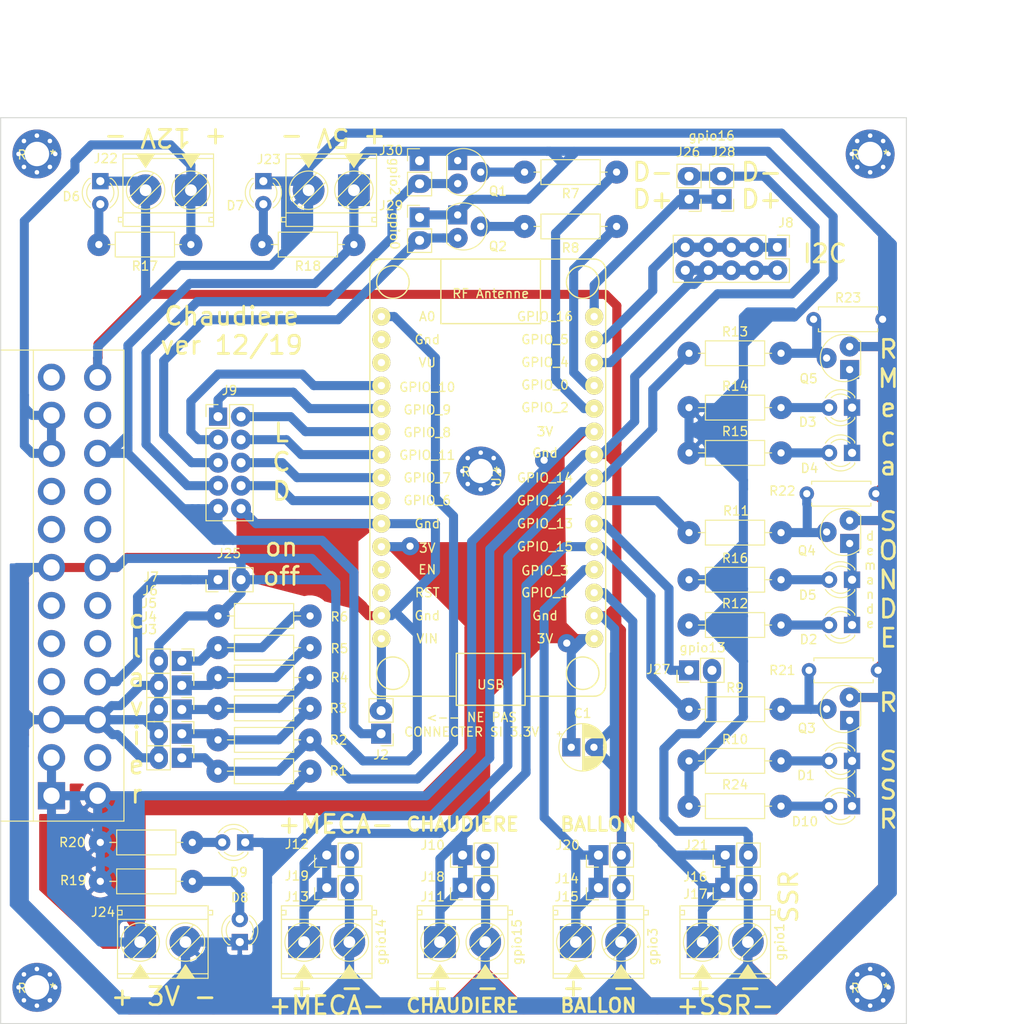
<source format=kicad_pcb>
(kicad_pcb (version 20171130) (host pcbnew "(5.1.2)-2")
  (layers (0 F.Cu signal hide) (31 B.Cu signal) (34 B.Paste user) (35 F.Paste user) (36 B.SilkS user) (37 F.SilkS user) (38 B.Mask user) (39 F.Mask user) (44 Edge.Cuts user))
  (net 0 "")
  (net 1 GND)
  (net 2 +3V3)
  (net 3 "Net-(D1-Pad2)")
  (net 4 "Net-(D1-Pad1)")
  (net 5 "Net-(D2-Pad2)")
  (net 6 "Net-(D2-Pad1)")
  (net 7 "Net-(D3-Pad2)")
  (net 8 "Net-(D3-Pad1)")
  (net 9 "Net-(D4-Pad2)")
  (net 10 "Net-(D5-Pad2)")
  (net 11 "Net-(D6-Pad2)")
  (net 12 "Net-(D7-Pad2)")
  (net 13 "Net-(D8-Pad2)")
  (net 14 "Net-(J1-Pad14)")
  (net 15 "Net-(J1-Pad16)")
  (net 16 "Net-(J1-Pad17)")
  (net 17 "Net-(J1-Pad18)")
  (net 18 "Net-(J1-Pad20)")
  (net 19 "Net-(J1-Pad21)")
  (net 20 +5V)
  (net 21 "Net-(J1-Pad23)")
  (net 22 "Net-(J1-Pad5)")
  (net 23 "Net-(J1-Pad8)")
  (net 24 "Net-(J1-Pad9)")
  (net 25 +12V)
  (net 26 "Net-(J2-Pad2)")
  (net 27 "Net-(J3-Pad1)")
  (net 28 "Net-(J4-Pad1)")
  (net 29 "Net-(J5-Pad1)")
  (net 30 "Net-(J6-Pad1)")
  (net 31 "Net-(J7-Pad1)")
  (net 32 "Net-(J8-Pad10)")
  (net 33 "Net-(J8-Pad1)")
  (net 34 "Net-(J9-Pad7)")
  (net 35 "Net-(J9-Pad4)")
  (net 36 "Net-(J9-Pad8)")
  (net 37 "Net-(J9-Pad3)")
  (net 38 "Net-(J9-Pad9)")
  (net 39 "Net-(J9-Pad2)")
  (net 40 "Net-(J9-Pad10)")
  (net 41 "Net-(J9-Pad1)")
  (net 42 "Net-(J10-Pad1)")
  (net 43 "Net-(J12-Pad1)")
  (net 44 "Net-(J14-Pad1)")
  (net 45 "Net-(J16-Pad1)")
  (net 46 "Net-(J26-Pad1)")
  (net 47 "Net-(J27-Pad1)")
  (net 48 "Net-(Q1-Pad2)")
  (net 49 "Net-(Q2-Pad2)")
  (net 50 "Net-(Q3-Pad2)")
  (net 51 "Net-(Q4-Pad2)")
  (net 52 "Net-(Q5-Pad2)")
  (net 53 "Net-(R7-Pad1)")
  (net 54 "Net-(R8-Pad1)")
  (net 55 "Net-(R11-Pad2)")
  (net 56 "Net-(U2-Pad13)")
  (net 57 "Net-(U2-Pad12)")
  (net 58 "Net-(U2-Pad3)")
  (net 59 "Net-(U2-Pad2)")
  (net 60 "Net-(D9-Pad2)")
  (net 61 "Net-(D10-Pad2)")
  (module atx:ESP12F-Devkit-V3-fred-GPIO (layer F.Cu) (at 104.1 91)
    (fp_text reference U2 (at 0.635 -1.27 90) (layer F.SilkS))
    (fp_text value ESP8266EX-NODEMCU-FRED-chaudier)
    (fp_text user USB (at 0 21.59) (layer F.SilkS))
    (fp_text user "RF Antenne" (at 0 -21.59) (layer F.SilkS))
    (fp_text user VIN (at -7 16.51) (layer F.SilkS))
    (fp_text user Gnd (at 6 -4) (layer F.SilkS))
    (fp_text user RST (at -7 11.43) (layer F.SilkS))
    (fp_text user EN (at -7 8.89) (layer F.SilkS))
    (fp_text user 3V (at 6 -6.35) (layer F.SilkS))
    (fp_text user Gnd (at -7 3.81) (layer F.SilkS))
    (fp_text user GPIO_6 (at -7 1.25) (layer F.SilkS))
    (fp_text user GPIO_7 (at -7 -1.25) (layer F.SilkS))
    (fp_text user GPIO_11 (at -7 -3.75) (layer F.SilkS))
    (fp_text user GPIO_8 (at -7 -6.25) (layer F.SilkS))
    (fp_text user GPIO_9 (at -7 -8.75) (layer F.SilkS))
    (fp_text user GPIO_10 (at -7 -11.25) (layer F.SilkS))
    (fp_text user VU (at -7 -13.97) (layer F.SilkS))
    (fp_text user Gnd (at -7 -16.51) (layer F.SilkS))
    (fp_text user A0 (at -7 -19.05) (layer F.SilkS))
    (fp_text user 3V (at 6 16.51) (layer F.SilkS))
    (fp_text user Gnd (at 6 13.97) (layer F.SilkS))
    (fp_text user GPIO_1 (at 6 11.43) (layer F.SilkS))
    (fp_text user GPIO_3 (at 6 9) (layer F.SilkS))
    (fp_text user GPIO_15 (at 6 6.35) (layer F.SilkS))
    (fp_text user GPIO_13 (at 6 3.81) (layer F.SilkS))
    (fp_text user GPIO_12 (at 6 1.27) (layer F.SilkS))
    (fp_text user GPIO_14 (at 6 -1.25) (layer F.SilkS))
    (fp_text user Gnd (at 6 -4) (layer F.SilkS))
    (fp_text user 3V (at 6 -6.35) (layer F.SilkS))
    (fp_text user GPIO_2 (at 6 -9) (layer F.SilkS))
    (fp_text user GPIO_0 (at 6 -11.5) (layer F.SilkS))
    (fp_text user GPIO_4 (at 6 -14) (layer F.SilkS))
    (fp_text user GPIO_5 (at 6 -16.51) (layer F.SilkS))
    (fp_text user GPIO_16 (at 6 -19.05) (layer F.SilkS))
    (fp_text user Gnd (at -7 13.97) (layer F.SilkS))
    (fp_text user 3V (at -7 6.5) (layer F.SilkS))
    (pad 1 thru_hole circle (at -12.065 -19.05) (size 2 2) (drill 0.8) (layers *.Cu *.Mask F.SilkS) (net 27 "Net-(J3-Pad1)"))
    (pad 2 thru_hole circle (at -12.065 -16.51) (size 2 2) (drill 0.8) (layers *.Cu *.Mask F.SilkS) (net 59 "Net-(U2-Pad2)"))
    (pad 3 thru_hole circle (at -12.065 -13.97) (size 2 2) (drill 0.8) (layers *.Cu *.Mask F.SilkS) (net 58 "Net-(U2-Pad3)"))
    (pad 4 thru_hole circle (at -12.065 -11.43) (size 2 2) (drill 0.8) (layers *.Cu *.Mask F.SilkS) (net 39 "Net-(J9-Pad2)"))
    (pad 5 thru_hole circle (at -12.065 -8.89) (size 2 2) (drill 0.8) (layers *.Cu *.Mask F.SilkS) (net 41 "Net-(J9-Pad1)"))
    (pad 6 thru_hole circle (at -12.065 -6.35) (size 2 2) (drill 0.8) (layers *.Cu *.Mask F.SilkS) (net 40 "Net-(J9-Pad10)"))
    (pad 7 thru_hole circle (at -12.065 -3.81) (size 2 2) (drill 0.8) (layers *.Cu *.Mask F.SilkS) (net 38 "Net-(J9-Pad9)"))
    (pad 8 thru_hole circle (at -12.065 -1.27) (size 2 2) (drill 0.8) (layers *.Cu *.Mask F.SilkS) (net 36 "Net-(J9-Pad8)"))
    (pad 9 thru_hole circle (at -12.065 1.27) (size 2 2) (drill 0.8) (layers *.Cu *.Mask F.SilkS) (net 34 "Net-(J9-Pad7)"))
    (pad 10 thru_hole circle (at -12.065 3.81) (size 2 2) (drill 0.8) (layers *.Cu *.Mask F.SilkS) (net 1 GND))
    (pad 11 thru_hole circle (at -12.065 6.35) (size 2 2) (drill 0.8) (layers *.Cu *.Mask F.SilkS) (net 2 +3V3))
    (pad 12 thru_hole circle (at -12.065 8.89) (size 2 2) (drill 0.8) (layers *.Cu *.Mask F.SilkS) (net 57 "Net-(U2-Pad12)"))
    (pad 13 thru_hole circle (at -12.065 11.43) (size 2 2) (drill 0.8) (layers *.Cu *.Mask F.SilkS) (net 56 "Net-(U2-Pad13)"))
    (pad 14 thru_hole circle (at -12.065 13.97) (size 2 2) (drill 0.8) (layers *.Cu *.Mask F.SilkS) (net 1 GND))
    (pad 15 thru_hole circle (at -12.065 16.51) (size 2 2) (drill 0.8) (layers *.Cu *.Mask F.SilkS) (net 26 "Net-(J2-Pad2)"))
    (pad 16 thru_hole circle (at 11.43 16.51) (size 2 2) (drill 0.8) (layers *.Cu *.Mask F.SilkS) (net 2 +3V3))
    (pad 17 thru_hole circle (at 11.43 13.97) (size 2 2) (drill 0.8) (layers *.Cu *.Mask F.SilkS) (net 1 GND))
    (pad 18 thru_hole circle (at 11.43 11.43) (size 2 2) (drill 0.8) (layers *.Cu *.Mask F.SilkS) (net 45 "Net-(J16-Pad1)"))
    (pad 19 thru_hole circle (at 11.43 8.89) (size 2 2) (drill 0.8) (layers *.Cu *.Mask F.SilkS) (net 44 "Net-(J14-Pad1)"))
    (pad 20 thru_hole circle (at 11.43 6.35) (size 2 2) (drill 0.8) (layers *.Cu *.Mask F.SilkS) (net 42 "Net-(J10-Pad1)"))
    (pad 21 thru_hole circle (at 11.43 3.81) (size 2 2) (drill 0.8) (layers *.Cu *.Mask F.SilkS) (net 47 "Net-(J27-Pad1)"))
    (pad 22 thru_hole circle (at 11.43 1.27) (size 2 2) (drill 0.8) (layers *.Cu *.Mask F.SilkS) (net 55 "Net-(R11-Pad2)"))
    (pad 23 thru_hole circle (at 11.43 -1.27) (size 2 2) (drill 0.8) (layers *.Cu *.Mask F.SilkS) (net 43 "Net-(J12-Pad1)"))
    (pad 24 thru_hole circle (at 11.43 -3.81) (size 2 2) (drill 0.8) (layers *.Cu *.Mask F.SilkS) (net 1 GND))
    (pad 25 thru_hole circle (at 11.43 -6.35) (size 2 2) (drill 0.8) (layers *.Cu *.Mask F.SilkS) (net 2 +3V3))
    (pad 26 thru_hole circle (at 11.43 -8.89) (size 2 2) (drill 0.8) (layers *.Cu *.Mask F.SilkS) (net 53 "Net-(R7-Pad1)"))
    (pad 27 thru_hole circle (at 11.43 -11.43) (size 2 2) (drill 0.8) (layers *.Cu *.Mask F.SilkS) (net 54 "Net-(R8-Pad1)"))
    (pad 28 thru_hole circle (at 11.43 -13.97) (size 2 2) (drill 0.8) (layers *.Cu *.Mask F.SilkS) (net 32 "Net-(J8-Pad10)"))
    (pad 29 thru_hole circle (at 11.43 -16.51) (size 2 2) (drill 0.8) (layers *.Cu *.Mask F.SilkS) (net 33 "Net-(J8-Pad1)"))
    (pad 30 thru_hole circle (at 11.43 -19.05) (size 2 2) (drill 0.8) (layers *.Cu *.Mask F.SilkS) (net 46 "Net-(J26-Pad1)"))
  )
  (module atx:pastille (layer F.Cu) (at 112.5 108)
    (fp_text reference REF** (at 53.1 -14.4) (layer F.SilkS))
    (fp_text value pastille)
    (pad 1 thru_hole circle (at 0 0) (size 2 2) (drill 0.8) (layers *.Cu *.Mask))
  )
  (module atx:pastille (layer F.Cu) (at 110 87.8)
    (fp_text reference REF** (at 55 1.9) (layer F.SilkS))
    (fp_text value pastille)
    (pad 1 thru_hole circle (at 0 0) (size 2 2) (drill 0.8) (layers *.Cu *.Mask))
  )
  (module atx:pastille (layer F.Cu) (at 95.2 97.3)
    (fp_text reference REF** (at 70.6 -5.7) (layer F.SilkS))
    (fp_text value pastille)
    (pad 1 thru_hole circle (at 0 0) (size 2 2) (drill 0.8) (layers *.Cu *.Mask))
  )
  (module atx:resistance (layer F.Cu) (at 126 126)
    (fp_text reference R24 (at 5.08 -2.37) (layer F.SilkS))
    (fp_text value R)
    (pad 1 thru_hole circle (at 0 0) (size 2.54 2.54) (drill 0.8) (layers *.Cu *.Mask) (net 20 +5V))
    (pad 2 thru_hole circle (at 10.16 0) (size 2.54 2.54) (drill 0.8) (layers *.Cu *.Mask) (net 61 "Net-(D10-Pad2)"))
  )
  (module LED_THT:LED_D3.0mm (layer F.Cu) (at 144 126 180)
    (fp_text reference D10 (at 5.2 -1.7) (layer F.SilkS))
    (fp_text value LED)
    (pad 2 thru_hole circle (at 2.54 0 180) (size 1.8 1.8) (drill 0.9) (layers *.Cu *.Mask) (net 61 "Net-(D10-Pad2)"))
    (pad 1 thru_hole rect (at 0 0 180) (size 1.8 1.8) (drill 0.9) (layers *.Cu *.Mask) (net 4 "Net-(D1-Pad1)"))
  )
  (module Resistor_THT:R_Axial_DIN0207_L6.3mm_D2.5mm_P7.62mm_Horizontal (layer F.Cu) (at 139.75 72.25)
    (fp_text reference R23 (at 3.81 -2.37) (layer F.SilkS))
    (fp_text value R)
    (pad 2 thru_hole oval (at 7.62 0) (size 1.6 1.6) (drill 0.8) (layers *.Cu *.Mask) (net 1 GND))
    (pad 1 thru_hole circle (at 0 0) (size 1.6 1.6) (drill 0.8) (layers *.Cu *.Mask) (net 52 "Net-(Q5-Pad2)"))
  )
  (module Resistor_THT:R_Axial_DIN0207_L6.3mm_D2.5mm_P7.62mm_Horizontal (layer F.Cu) (at 139 91.5)
    (fp_text reference R22 (at -2.7 -0.3) (layer F.SilkS))
    (fp_text value R)
    (pad 2 thru_hole oval (at 7.62 0) (size 1.6 1.6) (drill 0.8) (layers *.Cu *.Mask) (net 1 GND))
    (pad 1 thru_hole circle (at 0 0) (size 1.6 1.6) (drill 0.8) (layers *.Cu *.Mask) (net 51 "Net-(Q4-Pad2)"))
  )
  (module Resistor_THT:R_Axial_DIN0207_L6.3mm_D2.5mm_P7.62mm_Horizontal (layer F.Cu) (at 139.25 111)
    (fp_text reference R21 (at -2.95 0) (layer F.SilkS))
    (fp_text value R)
    (pad 2 thru_hole oval (at 7.62 0) (size 1.6 1.6) (drill 0.8) (layers *.Cu *.Mask) (net 1 GND))
    (pad 1 thru_hole circle (at 0 0) (size 1.6 1.6) (drill 0.8) (layers *.Cu *.Mask) (net 50 "Net-(Q3-Pad2)"))
  )
  (module atx:PinHeader_1x02_P2.54mm_Vertical (layer F.Cu) (at 96.25 61)
    (fp_text reference J29 (at -3.15 -1.3 -180) (layer F.SilkS))
    (fp_text value Conn_01x02_Female)
    (pad 1 thru_hole rect (at 0 0) (size 2.2 2.2) (drill 1) (layers *.Cu *.Mask))
    (pad 2 thru_hole oval (at 0 2.54) (size 2.5 2) (drill 1) (layers *.Cu *.Mask))
  )
  (module atx:PinHeader_1x02_P2.54mm_Vertical (layer F.Cu) (at 96.25 54.75)
    (fp_text reference J30 (at -3.15 -1.15 -180) (layer F.SilkS))
    (fp_text value Conn_01x02_Female)
    (pad 1 thru_hole rect (at 0 0) (size 2.2 2.2) (drill 1) (layers *.Cu *.Mask))
    (pad 2 thru_hole oval (at 0 2.54) (size 2.5 2) (drill 1) (layers *.Cu *.Mask))
  )
  (module atx:PinHeader_2x05_P2.54mm_Vertical-fred (layer F.Cu) (at 74 83)
    (fp_text reference J9 (at 1.27 -2.9 180) (layer F.SilkS))
    (fp_text value Conn_02x05_Top_Bottom)
    (pad 6 thru_hole circle (at 2.54 10.16) (size 2.2 2.2) (drill 1) (layers *.Cu *.Mask) (net 1 GND))
    (pad 5 thru_hole circle (at 0 10.16) (size 2.2 2.2) (drill 1) (layers *.Cu *.Mask) (net 20 +5V))
    (pad 7 thru_hole circle (at 2.54 7.62) (size 2.2 2.2) (drill 1) (layers *.Cu *.Mask) (net 34 "Net-(J9-Pad7)"))
    (pad 4 thru_hole circle (at 0 7.62) (size 2.2 2.2) (drill 1) (layers *.Cu *.Mask) (net 35 "Net-(J9-Pad4)"))
    (pad 8 thru_hole circle (at 2.54 5.08) (size 2.2 2.2) (drill 1) (layers *.Cu *.Mask) (net 36 "Net-(J9-Pad8)"))
    (pad 3 thru_hole circle (at 0 5.08) (size 2.2 2.2) (drill 1) (layers *.Cu *.Mask) (net 37 "Net-(J9-Pad3)"))
    (pad 9 thru_hole circle (at 2.54 2.54) (size 2.2 2.2) (drill 1) (layers *.Cu *.Mask) (net 38 "Net-(J9-Pad9)"))
    (pad 2 thru_hole circle (at 0 2.54) (size 2.2 2.2) (drill 1) (layers *.Cu *.Mask) (net 39 "Net-(J9-Pad2)"))
    (pad 10 thru_hole circle (at 2.54 0) (size 2.2 2.2) (drill 1) (layers *.Cu *.Mask) (net 40 "Net-(J9-Pad10)"))
    (pad 1 thru_hole rect (at 0 0 180) (size 2 2) (drill 1) (layers *.Cu *.Mask) (net 41 "Net-(J9-Pad1)"))
  )
  (module atx:PinHeader_2x05_P2.54mm_Vertical-fred (layer F.Cu) (at 135.75 64.3 270)
    (fp_text reference J8 (at -2.7 -0.95) (layer F.SilkS))
    (fp_text value Conn_02x05_Counter_Clockwise)
    (pad 6 thru_hole circle (at 2.54 10.16 270) (size 2.2 2.2) (drill 1) (layers *.Cu *.Mask) (net 32 "Net-(J8-Pad10)"))
    (pad 5 thru_hole circle (at 0 10.16 270) (size 2.2 2.2) (drill 1) (layers *.Cu *.Mask) (net 33 "Net-(J8-Pad1)"))
    (pad 7 thru_hole circle (at 2.54 7.62 270) (size 2.2 2.2) (drill 1) (layers *.Cu *.Mask) (net 32 "Net-(J8-Pad10)"))
    (pad 4 thru_hole circle (at 0 7.62 270) (size 2.2 2.2) (drill 1) (layers *.Cu *.Mask) (net 33 "Net-(J8-Pad1)"))
    (pad 8 thru_hole circle (at 2.54 5.08 270) (size 2.2 2.2) (drill 1) (layers *.Cu *.Mask) (net 32 "Net-(J8-Pad10)"))
    (pad 3 thru_hole circle (at 0 5.08 270) (size 2.2 2.2) (drill 1) (layers *.Cu *.Mask) (net 33 "Net-(J8-Pad1)"))
    (pad 9 thru_hole circle (at 2.54 2.54 270) (size 2.2 2.2) (drill 1) (layers *.Cu *.Mask) (net 32 "Net-(J8-Pad10)"))
    (pad 2 thru_hole circle (at 0 2.54 270) (size 2.2 2.2) (drill 1) (layers *.Cu *.Mask) (net 33 "Net-(J8-Pad1)"))
    (pad 10 thru_hole circle (at 2.54 0 270) (size 2.2 2.2) (drill 1) (layers *.Cu *.Mask) (net 32 "Net-(J8-Pad10)"))
    (pad 1 thru_hole rect (at 0 0 90) (size 2 2) (drill 1) (layers *.Cu *.Mask) (net 33 "Net-(J8-Pad1)"))
  )
  (module atx:PinHeader_1x02_P2.54mm_Vertical (layer F.Cu) (at 92 118 180)
    (fp_text reference J2 (at 0 -2.33) (layer F.SilkS))
    (fp_text value Conn_01x02_Male)
    (pad 1 thru_hole rect (at 0 0 180) (size 2.2 2.2) (drill 1) (layers *.Cu *.Mask) (net 20 +5V))
    (pad 2 thru_hole oval (at 0 2.54 180) (size 2.5 2) (drill 1) (layers *.Cu *.Mask) (net 26 "Net-(J2-Pad2)"))
  )
  (module atx:PinHeader_1x02_P2.54mm_Vertical (layer F.Cu) (at 129.6 58.99 180)
    (fp_text reference J28 (at -0.2 5.19) (layer F.SilkS))
    (fp_text value Conn_01x02_Female)
    (pad 1 thru_hole rect (at 0 0 180) (size 2.2 2.2) (drill 1) (layers *.Cu *.Mask) (net 46 "Net-(J26-Pad1)"))
    (pad 2 thru_hole oval (at 0 2.54 180) (size 2.5 2) (drill 1) (layers *.Cu *.Mask) (net 1 GND))
  )
  (module atx:PinHeader_1x02_P2.54mm_Vertical (layer F.Cu) (at 126 111 90)
    (fp_text reference J27 (at 0.1 -3.4 180) (layer F.SilkS))
    (fp_text value Conn_01x02_Female)
    (pad 1 thru_hole rect (at 0 0 90) (size 2.2 2.2) (drill 1) (layers *.Cu *.Mask) (net 47 "Net-(J27-Pad1)"))
    (pad 2 thru_hole oval (at 0 2.54 90) (size 2.5 2) (drill 1) (layers *.Cu *.Mask) (net 1 GND))
  )
  (module atx:PinHeader_1x02_P2.54mm_Vertical (layer F.Cu) (at 126 59 180)
    (fp_text reference J26 (at 0.1 5.2) (layer F.SilkS))
    (fp_text value Conn_01x02_Female)
    (pad 1 thru_hole rect (at 0 0 180) (size 2.2 2.2) (drill 1) (layers *.Cu *.Mask) (net 46 "Net-(J26-Pad1)"))
    (pad 2 thru_hole oval (at 0 2.54 180) (size 2.5 2) (drill 1) (layers *.Cu *.Mask) (net 1 GND))
  )
  (module atx:PinHeader_1x02_P2.54mm_Vertical (layer F.Cu) (at 74 101 90)
    (fp_text reference J25 (at 2.9 1.2 180) (layer F.SilkS))
    (fp_text value Conn_01x02_Female)
    (pad 1 thru_hole rect (at 0 0 90) (size 2.2 2.2) (drill 1) (layers *.Cu *.Mask) (net 15 "Net-(J1-Pad16)"))
    (pad 2 thru_hole oval (at 0 2.54 90) (size 2.5 2) (drill 1) (layers *.Cu *.Mask) (net 1 GND))
  )
  (module atx:PinHeader_1x02_P2.54mm_Vertical (layer F.Cu) (at 130 131.4 90)
    (fp_text reference J21 (at 1.1 -3.2 180) (layer F.SilkS))
    (fp_text value Conn_01x02_Female)
    (pad 1 thru_hole rect (at 0 0 90) (size 2.2 2.2) (drill 1) (layers *.Cu *.Mask) (net 45 "Net-(J16-Pad1)"))
    (pad 2 thru_hole oval (at 0 2.54 90) (size 2.5 2) (drill 1) (layers *.Cu *.Mask) (net 1 GND))
  )
  (module atx:PinHeader_1x02_P2.54mm_Vertical (layer F.Cu) (at 116 131.4 90)
    (fp_text reference J20 (at 1.1 -3.4 180) (layer F.SilkS))
    (fp_text value Conn_01x02_Female)
    (pad 1 thru_hole rect (at 0 0 90) (size 2.2 2.2) (drill 1) (layers *.Cu *.Mask) (net 44 "Net-(J14-Pad1)"))
    (pad 2 thru_hole oval (at 0 2.54 90) (size 2.5 2) (drill 1) (layers *.Cu *.Mask) (net 1 GND))
  )
  (module atx:PinHeader_1x02_P2.54mm_Vertical (layer F.Cu) (at 86 135 90)
    (fp_text reference J19 (at 1.3 -3.3 180) (layer F.SilkS))
    (fp_text value Conn_01x02_Female)
    (pad 1 thru_hole rect (at 0 0 90) (size 2.2 2.2) (drill 1) (layers *.Cu *.Mask) (net 43 "Net-(J12-Pad1)"))
    (pad 2 thru_hole oval (at 0 2.54 90) (size 2.5 2) (drill 1) (layers *.Cu *.Mask) (net 1 GND))
  )
  (module atx:PinHeader_1x02_P2.54mm_Vertical (layer F.Cu) (at 101 135 90)
    (fp_text reference J18 (at 1.2 -3.3 180) (layer F.SilkS))
    (fp_text value Conn_01x02_Female)
    (pad 1 thru_hole rect (at 0 0 90) (size 2.2 2.2) (drill 1) (layers *.Cu *.Mask) (net 42 "Net-(J10-Pad1)"))
    (pad 2 thru_hole oval (at 0 2.54 90) (size 2.5 2) (drill 1) (layers *.Cu *.Mask) (net 1 GND))
  )
  (module atx:PinHeader_1x02_P2.54mm_Vertical (layer F.Cu) (at 130 135 90)
    (fp_text reference J16 (at 1.2 -3.3 180) (layer F.SilkS))
    (fp_text value Conn_01x02_Female)
    (pad 1 thru_hole rect (at 0 0 90) (size 2.2 2.2) (drill 1) (layers *.Cu *.Mask) (net 45 "Net-(J16-Pad1)"))
    (pad 2 thru_hole oval (at 0 2.54 90) (size 2.5 2) (drill 1) (layers *.Cu *.Mask) (net 1 GND))
  )
  (module atx:PinHeader_1x02_P2.54mm_Vertical (layer F.Cu) (at 116 135 90)
    (fp_text reference J14 (at 1 -3.5 180) (layer F.SilkS))
    (fp_text value Conn_01x02_Female)
    (pad 1 thru_hole rect (at 0 0 90) (size 2.2 2.2) (drill 1) (layers *.Cu *.Mask) (net 44 "Net-(J14-Pad1)"))
    (pad 2 thru_hole oval (at 0 2.54 90) (size 2.5 2) (drill 1) (layers *.Cu *.Mask) (net 1 GND))
  )
  (module atx:PinHeader_1x02_P2.54mm_Vertical (layer F.Cu) (at 86 131.4 90)
    (fp_text reference J12 (at 1.2 -3.3 180) (layer F.SilkS))
    (fp_text value Conn_01x02_Female)
    (pad 1 thru_hole rect (at 0 0 90) (size 2.2 2.2) (drill 1) (layers *.Cu *.Mask) (net 43 "Net-(J12-Pad1)"))
    (pad 2 thru_hole oval (at 0 2.54 90) (size 2.5 2) (drill 1) (layers *.Cu *.Mask) (net 1 GND))
  )
  (module atx:PinHeader_1x02_P2.54mm_Vertical (layer F.Cu) (at 101 131.4 90)
    (fp_text reference J10 (at 1.1 -3.3 180) (layer F.SilkS))
    (fp_text value Conn_01x02_Female)
    (pad 1 thru_hole rect (at 0 0 90) (size 2.2 2.2) (drill 1) (layers *.Cu *.Mask) (net 42 "Net-(J10-Pad1)"))
    (pad 2 thru_hole oval (at 0 2.54 90) (size 2.5 2) (drill 1) (layers *.Cu *.Mask) (net 1 GND))
  )
  (module atx:PinHeader_1x02_P2.54mm_Vertical (layer F.Cu) (at 70 109.98 270)
    (fp_text reference J7 (at -9.28 3.4 180) (layer F.SilkS))
    (fp_text value Conn_01x02_Female)
    (pad 1 thru_hole rect (at 0 0 270) (size 2.2 2.2) (drill 1) (layers *.Cu *.Mask) (net 31 "Net-(J7-Pad1)"))
    (pad 2 thru_hole oval (at 0 2.54 270) (size 2.5 2) (drill 1) (layers *.Cu *.Mask) (net 1 GND))
  )
  (module atx:PinHeader_1x02_P2.54mm_Vertical (layer F.Cu) (at 70 112.67 270)
    (fp_text reference J6 (at -10.47 3.5) (layer F.SilkS))
    (fp_text value Conn_01x02_Female)
    (pad 1 thru_hole rect (at 0 0 270) (size 2.2 2.2) (drill 1) (layers *.Cu *.Mask) (net 30 "Net-(J6-Pad1)"))
    (pad 2 thru_hole oval (at 0 2.54 270) (size 2.5 2) (drill 1) (layers *.Cu *.Mask) (net 1 GND))
  )
  (module atx:PinHeader_1x02_P2.54mm_Vertical (layer F.Cu) (at 70 115.33 270)
    (fp_text reference J5 (at -11.73 3.6 180) (layer F.SilkS))
    (fp_text value Conn_01x02_Female)
    (pad 1 thru_hole rect (at 0 0 270) (size 2.2 2.2) (drill 1) (layers *.Cu *.Mask) (net 29 "Net-(J5-Pad1)"))
    (pad 2 thru_hole oval (at 0 2.54 270) (size 2.5 2) (drill 1) (layers *.Cu *.Mask) (net 1 GND))
  )
  (module atx:PinHeader_1x02_P2.54mm_Vertical (layer F.Cu) (at 70 118 270)
    (fp_text reference J4 (at -12.9 3.6 180) (layer F.SilkS))
    (fp_text value Conn_01x02_Female)
    (pad 1 thru_hole rect (at 0 0 270) (size 2.2 2.2) (drill 1) (layers *.Cu *.Mask) (net 28 "Net-(J4-Pad1)"))
    (pad 2 thru_hole oval (at 0 2.54 270) (size 2.5 2) (drill 1) (layers *.Cu *.Mask) (net 1 GND))
  )
  (module atx:PinHeader_1x02_P2.54mm_Vertical (layer F.Cu) (at 70 120.66 270)
    (fp_text reference J3 (at -14.16 3.6 180) (layer F.SilkS))
    (fp_text value Conn_01x02_Female)
    (pad 1 thru_hole rect (at 0 0 270) (size 2.2 2.2) (drill 1) (layers *.Cu *.Mask) (net 27 "Net-(J3-Pad1)"))
    (pad 2 thru_hole oval (at 0 2.54 270) (size 2.5 2) (drill 1) (layers *.Cu *.Mask) (net 1 GND))
  )
  (module atx:resistance (layer F.Cu) (at 61 130)
    (fp_text reference R20 (at -3.1 0) (layer F.SilkS))
    (fp_text value R)
    (pad 1 thru_hole circle (at 0 0) (size 2.54 2.54) (drill 0.8) (layers *.Cu *.Mask) (net 2 +3V3))
    (pad 2 thru_hole circle (at 10.16 0) (size 2.54 2.54) (drill 0.8) (layers *.Cu *.Mask) (net 60 "Net-(D9-Pad2)"))
  )
  (module atx:resistance (layer F.Cu) (at 61 134.3)
    (fp_text reference R19 (at -3 -0.1) (layer F.SilkS))
    (fp_text value R)
    (pad 1 thru_hole circle (at 0 0) (size 2.54 2.54) (drill 0.8) (layers *.Cu *.Mask) (net 2 +3V3))
    (pad 2 thru_hole circle (at 10.16 0) (size 2.54 2.54) (drill 0.8) (layers *.Cu *.Mask) (net 13 "Net-(D8-Pad2)"))
  )
  (module atx:resistance (layer F.Cu) (at 89 64 180)
    (fp_text reference R18 (at 5.08 -2.37) (layer F.SilkS))
    (fp_text value R)
    (pad 1 thru_hole circle (at 0 0 180) (size 2.54 2.54) (drill 0.8) (layers *.Cu *.Mask) (net 20 +5V))
    (pad 2 thru_hole circle (at 10.16 0 180) (size 2.54 2.54) (drill 0.8) (layers *.Cu *.Mask) (net 12 "Net-(D7-Pad2)"))
  )
  (module atx:resistance (layer F.Cu) (at 71 64 180)
    (fp_text reference R17 (at 5.08 -2.37) (layer F.SilkS))
    (fp_text value R)
    (pad 1 thru_hole circle (at 0 0 180) (size 2.54 2.54) (drill 0.8) (layers *.Cu *.Mask) (net 25 +12V))
    (pad 2 thru_hole circle (at 10.16 0 180) (size 2.54 2.54) (drill 0.8) (layers *.Cu *.Mask) (net 11 "Net-(D6-Pad2)"))
  )
  (module atx:resistance (layer F.Cu) (at 126 101)
    (fp_text reference R16 (at 5.08 -2.37) (layer F.SilkS))
    (fp_text value R)
    (pad 1 thru_hole circle (at 0 0) (size 2.54 2.54) (drill 0.8) (layers *.Cu *.Mask) (net 20 +5V))
    (pad 2 thru_hole circle (at 10.16 0) (size 2.54 2.54) (drill 0.8) (layers *.Cu *.Mask) (net 10 "Net-(D5-Pad2)"))
  )
  (module atx:resistance (layer F.Cu) (at 126 87)
    (fp_text reference R15 (at 5.08 -2.37) (layer F.SilkS))
    (fp_text value R)
    (pad 1 thru_hole circle (at 0 0) (size 2.54 2.54) (drill 0.8) (layers *.Cu *.Mask) (net 20 +5V))
    (pad 2 thru_hole circle (at 10.16 0) (size 2.54 2.54) (drill 0.8) (layers *.Cu *.Mask) (net 9 "Net-(D4-Pad2)"))
  )
  (module atx:resistance (layer F.Cu) (at 126 82)
    (fp_text reference R14 (at 5.08 -2.37) (layer F.SilkS))
    (fp_text value R)
    (pad 1 thru_hole circle (at 0 0) (size 2.54 2.54) (drill 0.8) (layers *.Cu *.Mask) (net 20 +5V))
    (pad 2 thru_hole circle (at 10.16 0) (size 2.54 2.54) (drill 0.8) (layers *.Cu *.Mask) (net 7 "Net-(D3-Pad2)"))
  )
  (module atx:resistance (layer F.Cu) (at 126 76)
    (fp_text reference R13 (at 5.08 -2.37) (layer F.SilkS))
    (fp_text value R)
    (pad 1 thru_hole circle (at 0 0) (size 2.54 2.54) (drill 0.8) (layers *.Cu *.Mask) (net 43 "Net-(J12-Pad1)"))
    (pad 2 thru_hole circle (at 10.16 0) (size 2.54 2.54) (drill 0.8) (layers *.Cu *.Mask) (net 52 "Net-(Q5-Pad2)"))
  )
  (module atx:resistance (layer F.Cu) (at 126 106)
    (fp_text reference R12 (at 5.08 -2.37) (layer F.SilkS))
    (fp_text value R)
    (pad 1 thru_hole circle (at 0 0) (size 2.54 2.54) (drill 0.8) (layers *.Cu *.Mask) (net 20 +5V))
    (pad 2 thru_hole circle (at 10.16 0) (size 2.54 2.54) (drill 0.8) (layers *.Cu *.Mask) (net 5 "Net-(D2-Pad2)"))
  )
  (module atx:resistance (layer F.Cu) (at 136.16 95.8 180)
    (fp_text reference R11 (at 4.96 2.4) (layer F.SilkS))
    (fp_text value R)
    (pad 1 thru_hole circle (at 0 0 180) (size 2.54 2.54) (drill 0.8) (layers *.Cu *.Mask) (net 51 "Net-(Q4-Pad2)"))
    (pad 2 thru_hole circle (at 10.16 0 180) (size 2.54 2.54) (drill 0.8) (layers *.Cu *.Mask) (net 55 "Net-(R11-Pad2)"))
  )
  (module atx:resistance (layer F.Cu) (at 126 121)
    (fp_text reference R10 (at 5.08 -2.37) (layer F.SilkS))
    (fp_text value R)
    (pad 1 thru_hole circle (at 0 0) (size 2.54 2.54) (drill 0.8) (layers *.Cu *.Mask) (net 20 +5V))
    (pad 2 thru_hole circle (at 10.16 0) (size 2.54 2.54) (drill 0.8) (layers *.Cu *.Mask) (net 3 "Net-(D1-Pad2)"))
  )
  (module atx:resistance (layer F.Cu) (at 126 115.3)
    (fp_text reference R9 (at 5.08 -2.37) (layer F.SilkS))
    (fp_text value R)
    (pad 1 thru_hole circle (at 0 0) (size 2.54 2.54) (drill 0.8) (layers *.Cu *.Mask) (net 42 "Net-(J10-Pad1)"))
    (pad 2 thru_hole circle (at 10.16 0) (size 2.54 2.54) (drill 0.8) (layers *.Cu *.Mask) (net 50 "Net-(Q3-Pad2)"))
  )
  (module atx:resistance (layer F.Cu) (at 118 62 180)
    (fp_text reference R8 (at 5.08 -2.37) (layer F.SilkS))
    (fp_text value R)
    (pad 1 thru_hole circle (at 0 0 180) (size 2.54 2.54) (drill 0.8) (layers *.Cu *.Mask) (net 54 "Net-(R8-Pad1)"))
    (pad 2 thru_hole circle (at 10.16 0 180) (size 2.54 2.54) (drill 0.8) (layers *.Cu *.Mask) (net 49 "Net-(Q2-Pad2)"))
  )
  (module atx:resistance (layer F.Cu) (at 118 56 180)
    (fp_text reference R7 (at 5.08 -2.37) (layer F.SilkS))
    (fp_text value R)
    (pad 1 thru_hole circle (at 0 0 180) (size 2.54 2.54) (drill 0.8) (layers *.Cu *.Mask) (net 53 "Net-(R7-Pad1)"))
    (pad 2 thru_hole circle (at 10.16 0 180) (size 2.54 2.54) (drill 0.8) (layers *.Cu *.Mask) (net 48 "Net-(Q1-Pad2)"))
  )
  (module atx:resistance (layer F.Cu) (at 74 105)
    (fp_text reference R6 (at 13.4 0.1) (layer F.SilkS))
    (fp_text value R)
    (pad 1 thru_hole circle (at 0 0) (size 2.54 2.54) (drill 0.8) (layers *.Cu *.Mask) (net 1 GND))
    (pad 2 thru_hole circle (at 10.16 0) (size 2.54 2.54) (drill 0.8) (layers *.Cu *.Mask) (net 31 "Net-(J7-Pad1)"))
  )
  (module atx:resistance (layer F.Cu) (at 74 108.5)
    (fp_text reference R5 (at 13.4 0.1) (layer F.SilkS))
    (fp_text value R)
    (pad 1 thru_hole circle (at 0 0) (size 2.54 2.54) (drill 0.8) (layers *.Cu *.Mask) (net 31 "Net-(J7-Pad1)"))
    (pad 2 thru_hole circle (at 10.16 0) (size 2.54 2.54) (drill 0.8) (layers *.Cu *.Mask) (net 30 "Net-(J6-Pad1)"))
  )
  (module atx:resistance (layer F.Cu) (at 74 111.8)
    (fp_text reference R4 (at 13.4 0) (layer F.SilkS))
    (fp_text value R)
    (pad 1 thru_hole circle (at 0 0) (size 2.54 2.54) (drill 0.8) (layers *.Cu *.Mask) (net 30 "Net-(J6-Pad1)"))
    (pad 2 thru_hole circle (at 10.16 0) (size 2.54 2.54) (drill 0.8) (layers *.Cu *.Mask) (net 29 "Net-(J5-Pad1)"))
  )
  (module atx:resistance (layer F.Cu) (at 74 115.2)
    (fp_text reference R3 (at 13.3 0) (layer F.SilkS))
    (fp_text value R)
    (pad 1 thru_hole circle (at 0 0) (size 2.54 2.54) (drill 0.8) (layers *.Cu *.Mask) (net 29 "Net-(J5-Pad1)"))
    (pad 2 thru_hole circle (at 10.16 0) (size 2.54 2.54) (drill 0.8) (layers *.Cu *.Mask) (net 28 "Net-(J4-Pad1)"))
  )
  (module atx:resistance (layer F.Cu) (at 74 118.68)
    (fp_text reference R2 (at 13.3 0.02) (layer F.SilkS))
    (fp_text value R)
    (pad 1 thru_hole circle (at 0 0) (size 2.54 2.54) (drill 0.8) (layers *.Cu *.Mask) (net 28 "Net-(J4-Pad1)"))
    (pad 2 thru_hole circle (at 10.16 0) (size 2.54 2.54) (drill 0.8) (layers *.Cu *.Mask) (net 27 "Net-(J3-Pad1)"))
  )
  (module atx:resistance (layer F.Cu) (at 84.15 122.14 180)
    (fp_text reference R1 (at -3.15 0.04) (layer F.SilkS))
    (fp_text value R)
    (pad 1 thru_hole circle (at 0 0 180) (size 2.54 2.54) (drill 0.8) (layers *.Cu *.Mask) (net 2 +3V3))
    (pad 2 thru_hole circle (at 10.16 0 180) (size 2.54 2.54) (drill 0.8) (layers *.Cu *.Mask) (net 27 "Net-(J3-Pad1)"))
  )
  (module LED_THT:LED_D3.0mm (layer F.Cu) (at 77 130 180)
    (fp_text reference D9 (at 0.7 -3.3) (layer F.SilkS))
    (fp_text value LED)
    (pad 2 thru_hole circle (at 2.54 0 180) (size 1.8 1.8) (drill 0.9) (layers *.Cu *.Mask) (net 60 "Net-(D9-Pad2)"))
    (pad 1 thru_hole rect (at 0 0 180) (size 1.8 1.8) (drill 0.9) (layers *.Cu *.Mask) (net 1 GND))
  )
  (module Capacitor_THT:CP_Radial_D5.0mm_P2.50mm (layer F.Cu) (at 113 119.5)
    (fp_text reference C1 (at 1.25 -3.75) (layer F.SilkS))
    (fp_text value CP)
    (pad 2 thru_hole circle (at 2.5 0) (size 2 2) (drill 0.8) (layers *.Cu *.Mask) (net 1 GND))
    (pad 1 thru_hole rect (at 0 0) (size 2 2) (drill 0.8) (layers *.Cu *.Mask) (net 2 +3V3))
  )
  (module atx:TO-92_Inline-fred-2 (layer F.Cu) (at 143.1 77.8 90)
    (fp_text reference Q5 (at -1 -3.9 180) (layer F.SilkS))
    (fp_text value BC548)
    (pad 2 thru_hole circle (at 1.27 -1.905 90) (size 2.2 2.2) (drill 0.8) (layers *.Cu *.Mask) (net 52 "Net-(Q5-Pad2)"))
    (pad 3 thru_hole circle (at 2.54 0.635 90) (size 2.2 2.2) (drill 0.8) (layers *.Cu *.Mask) (net 1 GND))
    (pad 1 thru_hole rect (at 0 0.635 90) (size 2.1 2.1) (drill 0.8) (layers *.Cu *.Mask) (net 8 "Net-(D3-Pad1)"))
  )
  (module atx:TO-92_Inline-fred-2 (layer F.Cu) (at 143.1 97 90)
    (fp_text reference Q4 (at -0.8 -4.1 180) (layer F.SilkS))
    (fp_text value BC548)
    (pad 2 thru_hole circle (at 1.27 -1.905 90) (size 2.2 2.2) (drill 0.8) (layers *.Cu *.Mask) (net 51 "Net-(Q4-Pad2)"))
    (pad 3 thru_hole circle (at 2.54 0.635 90) (size 2.2 2.2) (drill 0.8) (layers *.Cu *.Mask) (net 1 GND))
    (pad 1 thru_hole rect (at 0 0.635 90) (size 2.1 2.1) (drill 0.8) (layers *.Cu *.Mask) (net 6 "Net-(D2-Pad1)"))
  )
  (module atx:TO-92_Inline-fred-2 (layer F.Cu) (at 143.1 116.54 90)
    (fp_text reference Q3 (at -0.86 -4.1 180) (layer F.SilkS))
    (fp_text value BC548)
    (pad 2 thru_hole circle (at 1.27 -1.905 90) (size 2.2 2.2) (drill 0.8) (layers *.Cu *.Mask) (net 50 "Net-(Q3-Pad2)"))
    (pad 3 thru_hole circle (at 2.54 0.635 90) (size 2.2 2.2) (drill 0.8) (layers *.Cu *.Mask) (net 1 GND))
    (pad 1 thru_hole rect (at 0 0.635 90) (size 2.1 2.1) (drill 0.8) (layers *.Cu *.Mask) (net 4 "Net-(D1-Pad1)"))
  )
  (module atx:TO-92_Inline-fred-2 (layer F.Cu) (at 101.095 54.73 270)
    (fp_text reference Q1 (at 3.37 -3.805 180) (layer F.SilkS))
    (fp_text value BC548)
    (pad 2 thru_hole circle (at 1.27 -1.905 270) (size 2.2 2.2) (drill 0.8) (layers *.Cu *.Mask) (net 48 "Net-(Q1-Pad2)"))
    (pad 3 thru_hole circle (at 2.54 0.635 270) (size 2.2 2.2) (drill 0.8) (layers *.Cu *.Mask) (net 35 "Net-(J9-Pad4)"))
    (pad 1 thru_hole rect (at 0 0.635 270) (size 2.1 2.1) (drill 0.8) (layers *.Cu *.Mask) (net 20 +5V))
  )
  (module atx:TO-92_Inline-fred-2 (layer F.Cu) (at 101.095 60.73 270)
    (fp_text reference Q2 (at 3.47 -3.805 180) (layer F.SilkS))
    (fp_text value BC548)
    (pad 2 thru_hole circle (at 1.27 -1.905 270) (size 2.2 2.2) (drill 0.8) (layers *.Cu *.Mask) (net 49 "Net-(Q2-Pad2)"))
    (pad 3 thru_hole circle (at 2.54 0.635 270) (size 2.2 2.2) (drill 0.8) (layers *.Cu *.Mask) (net 37 "Net-(J9-Pad3)"))
    (pad 1 thru_hole rect (at 0 0.635 270) (size 2.1 2.1) (drill 0.8) (layers *.Cu *.Mask) (net 20 +5V))
  )
  (module MountingHole:MountingHole_2.7mm_Pad_Via (layer F.Cu) (at 103 89)
    (fp_text reference REF** (at 0 0.1) (layer F.SilkS))
    (fp_text value MountingHole_2.7mm_Pad_Via)
    (pad 1 thru_hole circle (at 1.431891 -1.431891) (size 0.8 0.8) (drill 0.5) (layers *.Cu *.Mask))
    (pad 1 thru_hole circle (at 0 -2.025) (size 0.8 0.8) (drill 0.5) (layers *.Cu *.Mask))
    (pad 1 thru_hole circle (at -1.431891 -1.431891) (size 0.8 0.8) (drill 0.5) (layers *.Cu *.Mask))
    (pad 1 thru_hole circle (at -2.025 0) (size 0.8 0.8) (drill 0.5) (layers *.Cu *.Mask))
    (pad 1 thru_hole circle (at -1.431891 1.431891) (size 0.8 0.8) (drill 0.5) (layers *.Cu *.Mask))
    (pad 1 thru_hole circle (at 0 2.025) (size 0.8 0.8) (drill 0.5) (layers *.Cu *.Mask))
    (pad 1 thru_hole circle (at 1.431891 1.431891) (size 0.8 0.8) (drill 0.5) (layers *.Cu *.Mask))
    (pad 1 thru_hole circle (at 2.025 0) (size 0.8 0.8) (drill 0.5) (layers *.Cu *.Mask))
    (pad 1 thru_hole circle (at 0 0) (size 5.4 5.4) (drill 2.7) (layers *.Cu *.Mask))
  )
  (module MountingHole:MountingHole_2.7mm_Pad_Via (layer F.Cu) (at 146 54)
    (fp_text reference REF** (at 0 0.1) (layer F.SilkS))
    (fp_text value MountingHole_2.7mm_Pad_Via)
    (pad 1 thru_hole circle (at 1.431891 -1.431891) (size 0.8 0.8) (drill 0.5) (layers *.Cu *.Mask))
    (pad 1 thru_hole circle (at 0 -2.025) (size 0.8 0.8) (drill 0.5) (layers *.Cu *.Mask))
    (pad 1 thru_hole circle (at -1.431891 -1.431891) (size 0.8 0.8) (drill 0.5) (layers *.Cu *.Mask))
    (pad 1 thru_hole circle (at -2.025 0) (size 0.8 0.8) (drill 0.5) (layers *.Cu *.Mask))
    (pad 1 thru_hole circle (at -1.431891 1.431891) (size 0.8 0.8) (drill 0.5) (layers *.Cu *.Mask))
    (pad 1 thru_hole circle (at 0 2.025) (size 0.8 0.8) (drill 0.5) (layers *.Cu *.Mask))
    (pad 1 thru_hole circle (at 1.431891 1.431891) (size 0.8 0.8) (drill 0.5) (layers *.Cu *.Mask))
    (pad 1 thru_hole circle (at 2.025 0) (size 0.8 0.8) (drill 0.5) (layers *.Cu *.Mask))
    (pad 1 thru_hole circle (at 0 0) (size 5.4 5.4) (drill 2.7) (layers *.Cu *.Mask))
  )
  (module MountingHole:MountingHole_2.7mm_Pad_Via (layer F.Cu) (at 146 146)
    (fp_text reference REF** (at 0 0.1) (layer F.SilkS))
    (fp_text value MountingHole_2.7mm_Pad_Via)
    (pad 1 thru_hole circle (at 1.431891 -1.431891) (size 0.8 0.8) (drill 0.5) (layers *.Cu *.Mask))
    (pad 1 thru_hole circle (at 0 -2.025) (size 0.8 0.8) (drill 0.5) (layers *.Cu *.Mask))
    (pad 1 thru_hole circle (at -1.431891 -1.431891) (size 0.8 0.8) (drill 0.5) (layers *.Cu *.Mask))
    (pad 1 thru_hole circle (at -2.025 0) (size 0.8 0.8) (drill 0.5) (layers *.Cu *.Mask))
    (pad 1 thru_hole circle (at -1.431891 1.431891) (size 0.8 0.8) (drill 0.5) (layers *.Cu *.Mask))
    (pad 1 thru_hole circle (at 0 2.025) (size 0.8 0.8) (drill 0.5) (layers *.Cu *.Mask))
    (pad 1 thru_hole circle (at 1.431891 1.431891) (size 0.8 0.8) (drill 0.5) (layers *.Cu *.Mask))
    (pad 1 thru_hole circle (at 2.025 0) (size 0.8 0.8) (drill 0.5) (layers *.Cu *.Mask))
    (pad 1 thru_hole circle (at 0 0) (size 5.4 5.4) (drill 2.7) (layers *.Cu *.Mask))
  )
  (module MountingHole:MountingHole_2.7mm_Pad_Via (layer F.Cu) (at 54 146)
    (fp_text reference REF** (at 0 0.1) (layer F.SilkS))
    (fp_text value MountingHole_2.7mm_Pad_Via)
    (pad 1 thru_hole circle (at 1.431891 -1.431891) (size 0.8 0.8) (drill 0.5) (layers *.Cu *.Mask))
    (pad 1 thru_hole circle (at 0 -2.025) (size 0.8 0.8) (drill 0.5) (layers *.Cu *.Mask))
    (pad 1 thru_hole circle (at -1.431891 -1.431891) (size 0.8 0.8) (drill 0.5) (layers *.Cu *.Mask))
    (pad 1 thru_hole circle (at -2.025 0) (size 0.8 0.8) (drill 0.5) (layers *.Cu *.Mask))
    (pad 1 thru_hole circle (at -1.431891 1.431891) (size 0.8 0.8) (drill 0.5) (layers *.Cu *.Mask))
    (pad 1 thru_hole circle (at 0 2.025) (size 0.8 0.8) (drill 0.5) (layers *.Cu *.Mask))
    (pad 1 thru_hole circle (at 1.431891 1.431891) (size 0.8 0.8) (drill 0.5) (layers *.Cu *.Mask))
    (pad 1 thru_hole circle (at 2.025 0) (size 0.8 0.8) (drill 0.5) (layers *.Cu *.Mask))
    (pad 1 thru_hole circle (at 0 0) (size 5.4 5.4) (drill 2.7) (layers *.Cu *.Mask))
  )
  (module MountingHole:MountingHole_2.7mm_Pad_Via (layer F.Cu) (at 54 54)
    (fp_text reference REF** (at 0 0.1) (layer F.SilkS))
    (fp_text value MountingHole_2.7mm_Pad_Via)
    (pad 1 thru_hole circle (at 1.431891 -1.431891) (size 0.8 0.8) (drill 0.5) (layers *.Cu *.Mask))
    (pad 1 thru_hole circle (at 0 -2.025) (size 0.8 0.8) (drill 0.5) (layers *.Cu *.Mask))
    (pad 1 thru_hole circle (at -1.431891 -1.431891) (size 0.8 0.8) (drill 0.5) (layers *.Cu *.Mask))
    (pad 1 thru_hole circle (at -2.025 0) (size 0.8 0.8) (drill 0.5) (layers *.Cu *.Mask))
    (pad 1 thru_hole circle (at -1.431891 1.431891) (size 0.8 0.8) (drill 0.5) (layers *.Cu *.Mask))
    (pad 1 thru_hole circle (at 0 2.025) (size 0.8 0.8) (drill 0.5) (layers *.Cu *.Mask))
    (pad 1 thru_hole circle (at 1.431891 1.431891) (size 0.8 0.8) (drill 0.5) (layers *.Cu *.Mask))
    (pad 1 thru_hole circle (at 2.025 0) (size 0.8 0.8) (drill 0.5) (layers *.Cu *.Mask))
    (pad 1 thru_hole circle (at 0 0) (size 5.4 5.4) (drill 2.7) (layers *.Cu *.Mask))
  )
  (module atx:bornier_2pts_L10mm_W8mm (layer F.Cu) (at 65.4 141)
    (fp_text reference J24 (at -4.1 -3.3) (layer F.SilkS))
    (fp_text value Screw_Terminal_01x02)
    (pad 2 thru_hole circle (at 5 0) (size 3.5 3.5) (drill 1.3) (layers *.Cu *.Mask) (net 1 GND))
    (pad 1 thru_hole rect (at 0 0) (size 3.5 3.5) (drill 1.3) (layers *.Cu *.Mask) (net 2 +3V3))
  )
  (module atx:bornier_2pts_L10mm_W8mm (layer F.Cu) (at 89 58 180)
    (fp_text reference J23 (at 9.4 3.4) (layer F.SilkS))
    (fp_text value Screw_Terminal_01x02)
    (pad 2 thru_hole circle (at 5 0 180) (size 3.5 3.5) (drill 1.3) (layers *.Cu *.Mask) (net 1 GND))
    (pad 1 thru_hole rect (at 0 0 180) (size 3.5 3.5) (drill 1.3) (layers *.Cu *.Mask) (net 20 +5V))
  )
  (module atx:bornier_2pts_L10mm_W8mm (layer F.Cu) (at 71 58 180)
    (fp_text reference J22 (at 9.4 3.5) (layer F.SilkS))
    (fp_text value Screw_Terminal_01x02)
    (pad 2 thru_hole circle (at 5 0 180) (size 3.5 3.5) (drill 1.3) (layers *.Cu *.Mask) (net 1 GND))
    (pad 1 thru_hole rect (at 0 0 180) (size 3.5 3.5) (drill 1.3) (layers *.Cu *.Mask) (net 25 +12V))
  )
  (module atx:bornier_2pts_L10mm_W8mm (layer F.Cu) (at 127.5 141)
    (fp_text reference J17 (at -0.8 -5.3) (layer F.SilkS))
    (fp_text value Screw_Terminal_01x02)
    (pad 2 thru_hole circle (at 5 0) (size 3.5 3.5) (drill 1.3) (layers *.Cu *.Mask) (net 1 GND))
    (pad 1 thru_hole rect (at 0 0) (size 3.5 3.5) (drill 1.3) (layers *.Cu *.Mask) (net 45 "Net-(J16-Pad1)"))
  )
  (module atx:bornier_2pts_L10mm_W8mm (layer F.Cu) (at 113.5 141)
    (fp_text reference J15 (at -1 -5) (layer F.SilkS))
    (fp_text value Screw_Terminal_01x02)
    (pad 2 thru_hole circle (at 5 0) (size 3.5 3.5) (drill 1.3) (layers *.Cu *.Mask) (net 1 GND))
    (pad 1 thru_hole rect (at 0 0) (size 3.5 3.5) (drill 1.3) (layers *.Cu *.Mask) (net 44 "Net-(J14-Pad1)"))
  )
  (module atx:bornier_2pts_L10mm_W8mm (layer F.Cu) (at 83.5 141)
    (fp_text reference J13 (at -0.8 -5) (layer F.SilkS))
    (fp_text value Screw_Terminal_01x02)
    (pad 2 thru_hole circle (at 5 0) (size 3.5 3.5) (drill 1.3) (layers *.Cu *.Mask) (net 1 GND))
    (pad 1 thru_hole rect (at 0 0) (size 3.5 3.5) (drill 1.3) (layers *.Cu *.Mask) (net 43 "Net-(J12-Pad1)"))
  )
  (module atx:bornier_2pts_L10mm_W8mm (layer F.Cu) (at 98.5 141)
    (fp_text reference J11 (at -0.8 -5) (layer F.SilkS))
    (fp_text value Screw_Terminal_01x02)
    (pad 2 thru_hole circle (at 5 0) (size 3.5 3.5) (drill 1.3) (layers *.Cu *.Mask) (net 1 GND))
    (pad 1 thru_hole rect (at 0 0) (size 3.5 3.5) (drill 1.3) (layers *.Cu *.Mask) (net 42 "Net-(J10-Pad1)"))
  )
  (module atx:atx_couder_femelle (layer F.Cu) (at 55.61 78.65 270)
    (fp_text reference J1 (at 23 11 90) (layer F.SilkS))
    (fp_text value Conn_02x12_Top_Bottom)
    (pad 13 thru_hole circle (at 46.2 -5.1 270) (size 3 3) (drill 1.8) (layers *.Cu *.Mask) (net 2 +3V3))
    (pad 14 thru_hole circle (at 42 -5.1 270) (size 3 3) (drill 1.8) (layers *.Cu *.Mask) (net 14 "Net-(J1-Pad14)"))
    (pad 15 thru_hole circle (at 37.8 -5.1 270) (size 3 3) (drill 1.8) (layers *.Cu *.Mask) (net 1 GND))
    (pad 16 thru_hole circle (at 33.6 -5.1 270) (size 3 3) (drill 1.8) (layers *.Cu *.Mask) (net 15 "Net-(J1-Pad16)"))
    (pad 17 thru_hole circle (at 29.4 -5.1 270) (size 3 3) (drill 1.8) (layers *.Cu *.Mask) (net 16 "Net-(J1-Pad17)"))
    (pad 18 thru_hole circle (at 25.2 -5.1 270) (size 3 3) (drill 1.8) (layers *.Cu *.Mask) (net 17 "Net-(J1-Pad18)"))
    (pad 19 thru_hole circle (at 21 -5.1 270) (size 3 3) (drill 1.8) (layers *.Cu *.Mask) (net 1 GND))
    (pad 20 thru_hole circle (at 16.8 -5.1 270) (size 3 3) (drill 1.8) (layers *.Cu *.Mask) (net 18 "Net-(J1-Pad20)"))
    (pad 21 thru_hole circle (at 12.6 -5.1 270) (size 3 3) (drill 1.8) (layers *.Cu *.Mask) (net 19 "Net-(J1-Pad21)"))
    (pad 22 thru_hole circle (at 8.4 -5.1 270) (size 3 3) (drill 1.8) (layers *.Cu *.Mask) (net 20 +5V))
    (pad 23 thru_hole circle (at 4.2 -5.1 270) (size 3 3) (drill 1.8) (layers *.Cu *.Mask) (net 21 "Net-(J1-Pad23)"))
    (pad 24 thru_hole circle (at 0 -5.1 270) (size 3 3) (drill 1.8) (layers *.Cu *.Mask) (net 1 GND))
    (pad 1 thru_hole rect (at 46.2 0 270) (size 3 3) (drill 1.8) (layers *.Cu *.Mask) (net 2 +3V3))
    (pad 2 thru_hole circle (at 42 0 270) (size 3 3) (drill 1.8) (layers *.Cu *.Mask) (net 2 +3V3))
    (pad 3 thru_hole circle (at 37.8 0 270) (size 3 3) (drill 1.8) (layers *.Cu *.Mask) (net 1 GND))
    (pad 4 thru_hole circle (at 33.6 0 270) (size 3 3) (drill 1.8) (layers *.Cu *.Mask) (net 20 +5V))
    (pad 5 thru_hole circle (at 29.4 0 270) (size 3 3) (drill 1.8) (layers *.Cu *.Mask) (net 22 "Net-(J1-Pad5)"))
    (pad 6 thru_hole circle (at 25.2 0 270) (size 3 3) (drill 1.8) (layers *.Cu *.Mask) (net 20 +5V))
    (pad 7 thru_hole circle (at 21 0 270) (size 3 3) (drill 1.8) (layers *.Cu *.Mask) (net 1 GND))
    (pad 8 thru_hole circle (at 16.8 0 270) (size 3 3) (drill 1.8) (layers *.Cu *.Mask) (net 23 "Net-(J1-Pad8)"))
    (pad 9 thru_hole circle (at 12.6 0 270) (size 3 3) (drill 1.8) (layers *.Cu *.Mask) (net 24 "Net-(J1-Pad9)"))
    (pad 10 thru_hole circle (at 8.4 0 270) (size 3 3) (drill 1.8) (layers *.Cu *.Mask) (net 25 +12V))
    (pad 11 thru_hole circle (at 4.2 0 270) (size 3 3) (drill 1.8) (layers *.Cu *.Mask) (net 25 +12V))
    (pad 12 thru_hole circle (at 0 0 270) (size 3 3) (drill 1.8) (layers *.Cu *.Mask) (net 2 +3V3))
  )
  (module LED_THT:LED_D3.0mm (layer F.Cu) (at 76.4 141 90)
    (fp_text reference D8 (at 4.9 0 180) (layer F.SilkS))
    (fp_text value LED)
    (pad 2 thru_hole circle (at 2.54 0 90) (size 1.8 1.8) (drill 0.9) (layers *.Cu *.Mask) (net 13 "Net-(D8-Pad2)"))
    (pad 1 thru_hole rect (at 0 0 90) (size 1.8 1.8) (drill 0.9) (layers *.Cu *.Mask) (net 1 GND))
  )
  (module LED_THT:LED_D3.0mm (layer F.Cu) (at 79 57 270)
    (fp_text reference D7 (at 2.7 3.1 180) (layer F.SilkS))
    (fp_text value LED)
    (pad 2 thru_hole circle (at 2.54 0 270) (size 1.8 1.8) (drill 0.9) (layers *.Cu *.Mask) (net 12 "Net-(D7-Pad2)"))
    (pad 1 thru_hole rect (at 0 0 270) (size 1.8 1.8) (drill 0.9) (layers *.Cu *.Mask) (net 1 GND))
  )
  (module LED_THT:LED_D3.0mm (layer F.Cu) (at 61 57 270)
    (fp_text reference D6 (at 1.7 3.2 180) (layer F.SilkS))
    (fp_text value LED)
    (pad 2 thru_hole circle (at 2.54 0 270) (size 1.8 1.8) (drill 0.9) (layers *.Cu *.Mask) (net 11 "Net-(D6-Pad2)"))
    (pad 1 thru_hole rect (at 0 0 270) (size 1.8 1.8) (drill 0.9) (layers *.Cu *.Mask) (net 1 GND))
  )
  (module LED_THT:LED_D3.0mm (layer F.Cu) (at 144 101 180)
    (fp_text reference D5 (at 4.9 -1.7) (layer F.SilkS))
    (fp_text value LED)
    (pad 2 thru_hole circle (at 2.54 0 180) (size 1.8 1.8) (drill 0.9) (layers *.Cu *.Mask) (net 10 "Net-(D5-Pad2)"))
    (pad 1 thru_hole rect (at 0 0 180) (size 1.8 1.8) (drill 0.9) (layers *.Cu *.Mask) (net 6 "Net-(D2-Pad1)"))
  )
  (module LED_THT:LED_D3.0mm (layer F.Cu) (at 144 87 180)
    (fp_text reference D4 (at 4.7 -1.7) (layer F.SilkS))
    (fp_text value LED)
    (pad 2 thru_hole circle (at 2.54 0 180) (size 1.8 1.8) (drill 0.9) (layers *.Cu *.Mask) (net 9 "Net-(D4-Pad2)"))
    (pad 1 thru_hole rect (at 0 0 180) (size 1.8 1.8) (drill 0.9) (layers *.Cu *.Mask) (net 8 "Net-(D3-Pad1)"))
  )
  (module LED_THT:LED_D3.0mm (layer F.Cu) (at 144 82 180)
    (fp_text reference D3 (at 4.9 -1.6) (layer F.SilkS))
    (fp_text value LED)
    (pad 2 thru_hole circle (at 2.54 0 180) (size 1.8 1.8) (drill 0.9) (layers *.Cu *.Mask) (net 7 "Net-(D3-Pad2)"))
    (pad 1 thru_hole rect (at 0 0 180) (size 1.8 1.8) (drill 0.9) (layers *.Cu *.Mask) (net 8 "Net-(D3-Pad1)"))
  )
  (module LED_THT:LED_D3.0mm (layer F.Cu) (at 144 106 180)
    (fp_text reference D2 (at 4.8 -1.6) (layer F.SilkS))
    (fp_text value LED)
    (pad 2 thru_hole circle (at 2.54 0 180) (size 1.8 1.8) (drill 0.9) (layers *.Cu *.Mask) (net 5 "Net-(D2-Pad2)"))
    (pad 1 thru_hole rect (at 0 0 180) (size 1.8 1.8) (drill 0.9) (layers *.Cu *.Mask) (net 6 "Net-(D2-Pad1)"))
  )
  (module LED_THT:LED_D3.0mm (layer F.Cu) (at 144 121 180)
    (fp_text reference D1 (at 5.1 -1.6) (layer F.SilkS))
    (fp_text value LED)
    (pad 2 thru_hole circle (at 2.54 0 180) (size 1.8 1.8) (drill 0.9) (layers *.Cu *.Mask) (net 3 "Net-(D1-Pad2)"))
    (pad 1 thru_hole rect (at 0 0 180) (size 1.8 1.8) (drill 0.9) (layers *.Cu *.Mask) (net 4 "Net-(D1-Pad1)"))
  )
  (gr_text "Chaudiere\nver 12/19" (at 75.5 73.5) (layer F.SilkS) (effects (font (size 2 2) (thickness 0.3))))
  (gr_text gpio0 (at 93.5 62.5 270) (layer F.SilkS) (effects (font (size 1 1))))
  (gr_text gpio2 (at 93.5 56.5 270) (layer F.SilkS) (effects (font (size 1 1))))
  (gr_text gpio1 (at 136 141 90) (layer F.SilkS) (effects (font (size 1 1))))
  (gr_text gpio3 (at 122 141.5 90) (layer F.SilkS) (effects (font (size 1 1))))
  (gr_text gpio15 (at 107 141 90) (layer F.SilkS) (effects (font (size 1 1))))
  (gr_text gpio14 (at 92 141 90) (layer F.SilkS) (effects (font (size 1 1))))
  (gr_text gpio13 (at 127.5 108.5) (layer F.SilkS) (effects (font (size 1 1))))
  (gr_text gpio16 (at 128.5 52) (layer F.SilkS) (effects (font (size 1 1))))
  (gr_text "<-- NE PAS\nCONNECTER SI 3.3V" (at 102 117) (layer F.SilkS) (effects (font (size 1 1))))
  (gr_text "+  -" (at 130 146) (layer F.SilkS) (effects (font (size 2 2) (thickness 0.3))))
  (gr_text "+  -" (at 116 146) (layer F.SilkS) (effects (font (size 2 2) (thickness 0.3))))
  (gr_text "+  -" (at 86 146) (layer F.SilkS) (effects (font (size 2 2) (thickness 0.3))))
  (gr_text "+  -" (at 101 146) (layer F.SilkS) (effects (font (size 2 2) (thickness 0.3))))
  (gr_text SSR (at 137 136 90) (layer F.SilkS) (effects (font (size 2 2) (thickness 0.3))))
  (gr_text +MECA- (at 87 128) (layer F.SilkS) (effects (font (size 2 2) (thickness 0.3))))
  (gr_text CHAUDIERE (at 101 128) (layer F.SilkS) (effects (font (size 1.5 1.5) (thickness 0.3))))
  (gr_text BALLON (at 116 128) (layer F.SilkS) (effects (font (size 1.5 1.5) (thickness 0.3))))
  (gr_text BALLON (at 116 148) (layer F.SilkS) (effects (font (size 1.5 1.5) (thickness 0.3))))
  (gr_text CHAUDIERE (at 101 148) (layer F.SilkS) (effects (font (size 1.5 1.5) (thickness 0.3))))
  (gr_text +MECA- (at 86 148) (layer F.SilkS) (effects (font (size 2 2) (thickness 0.3))))
  (gr_text +SSR- (at 130 148) (layer F.SilkS) (effects (font (size 2 2) (thickness 0.3))))
  (gr_text "d\ne\nm\na\nn\nd\ne" (at 146 101) (layer F.SilkS) (effects (font (size 1 1))))
  (gr_text "S\nO\nN\nD\nE" (at 148 101) (layer F.SilkS) (effects (font (size 2 2) (thickness 0.3))))
  (gr_text "R\n\nS\nS\nR" (at 148 121) (layer F.SilkS) (effects (font (size 2 2) (thickness 0.3))))
  (gr_text "R\nM\ne\nc\na" (at 148 82) (layer F.SilkS) (effects (font (size 2 2) (thickness 0.3))))
  (gr_text D- (at 122 56) (layer F.SilkS) (effects (font (size 2 2) (thickness 0.3))))
  (gr_text D+ (at 122 59) (layer F.SilkS) (effects (font (size 2 2) (thickness 0.3))))
  (gr_text D- (at 134 56) (layer F.SilkS) (effects (font (size 2 2) (thickness 0.3))))
  (gr_text D+ (at 134 59) (layer F.SilkS) (effects (font (size 2 2) (thickness 0.3))))
  (gr_text I2C (at 141 65) (layer F.SilkS) (effects (font (size 2 2) (thickness 0.3))))
  (gr_text "c\nl\na\nv\ni\ne\nr" (at 65 115) (layer F.SilkS) (effects (font (size 2 2) (thickness 0.3))))
  (gr_text "L\nC\nD" (at 81 88) (layer F.SilkS) (effects (font (size 2 2) (thickness 0.3))))
  (gr_text "on\noff" (at 81 99) (layer F.SilkS) (effects (font (size 2 2) (thickness 0.3))))
  (gr_text "+ 3V -" (at 68 147) (layer F.SilkS) (effects (font (size 2 2) (thickness 0.3))))
  (gr_text "+ 12V -" (at 68.2 52.2 180) (layer F.SilkS) (effects (font (size 2 2) (thickness 0.3))))
  (gr_text "+ 5V -" (at 86.7 52.2 180) (layer F.SilkS) (effects (font (size 2 2) (thickness 0.3))))
  (gr_line (start 150 150) (end 150 50) (layer Edge.Cuts) (width 0.1))
  (gr_line (start 50 150) (end 150 150) (layer Edge.Cuts) (width 0.1))
  (gr_line (start 50 50) (end 50 150) (layer Edge.Cuts) (width 0.1))
  (gr_line (start 150 50) (end 50 50) (layer Edge.Cuts) (width 0.1))
  (segment (start 67.46 109.98) (end 67.46 112.67) (width 1) (layer B.Cu) (net 1))
  (segment (start 67.46 112.67) (end 67.46 115.33) (width 1) (layer B.Cu) (net 1))
  (segment (start 67.46 115.33) (end 67.46 118) (width 1) (layer B.Cu) (net 1))
  (segment (start 67.46 118) (end 67.46 120.66) (width 1) (layer B.Cu) (net 1))
  (segment (start 67.46 108.777919) (end 67.46 109.98) (width 1) (layer B.Cu) (net 1))
  (segment (start 67.46 108.119998) (end 67.46 108.777919) (width 1) (layer B.Cu) (net 1))
  (segment (start 70.579998 105) (end 67.46 108.119998) (width 1) (layer B.Cu) (net 1))
  (segment (start 74 105) (end 70.579998 105) (width 1) (layer B.Cu) (net 1))
  (segment (start 60.71 99.65) (end 60.71 99.35) (width 1) (layer B.Cu) (net 1))
  (segment (start 70.4 145.4) (end 73.44999 148.44999) (width 1) (layer B.Cu) (net 1))
  (segment (start 132.5 143.474873) (end 132.5 141) (width 1) (layer B.Cu) (net 1))
  (segment (start 127.524883 148.44999) (end 132.5 143.474873) (width 1) (layer B.Cu) (net 1))
  (segment (start 118.5 144.39998) (end 114.44999 148.44999) (width 1) (layer B.Cu) (net 1))
  (segment (start 118.5 141) (end 118.5 144.39998) (width 1) (layer B.Cu) (net 1))
  (segment (start 118.5 144.5) (end 122.44999 148.44999) (width 1) (layer B.Cu) (net 1))
  (segment (start 118.5 141) (end 118.5 144.5) (width 1) (layer B.Cu) (net 1))
  (segment (start 114.44999 148.44999) (end 122.44999 148.44999) (width 1) (layer B.Cu) (net 1))
  (segment (start 122.44999 148.44999) (end 127.524883 148.44999) (width 1) (layer B.Cu) (net 1))
  (segment (start 103.5 144.39998) (end 99.44999 148.44999) (width 1) (layer B.Cu) (net 1))
  (segment (start 103.5 144.39998) (end 107.55001 148.44999) (width 1) (layer B.Cu) (net 1))
  (segment (start 103.5 141) (end 103.5 144.39998) (width 1) (layer B.Cu) (net 1))
  (segment (start 99.44999 148.44999) (end 107.55001 148.44999) (width 1) (layer B.Cu) (net 1))
  (segment (start 107.55001 148.44999) (end 114.44999 148.44999) (width 1) (layer B.Cu) (net 1))
  (segment (start 88.5 144.5) (end 84.55001 148.44999) (width 1) (layer B.Cu) (net 1))
  (segment (start 88.5 141) (end 88.5 144.5) (width 1) (layer B.Cu) (net 1))
  (segment (start 88.5 144.39998) (end 92.55001 148.44999) (width 1) (layer B.Cu) (net 1))
  (segment (start 88.5 141) (end 88.5 144.39998) (width 1) (layer B.Cu) (net 1))
  (segment (start 84.55001 148.44999) (end 92.55001 148.44999) (width 1) (layer B.Cu) (net 1))
  (segment (start 92.55001 148.44999) (end 99.44999 148.44999) (width 1) (layer B.Cu) (net 1))
  (segment (start 55.61 116.45) (end 60.71 116.45) (width 1) (layer B.Cu) (net 1))
  (segment (start 88.5 135.04) (end 88.54 135) (width 1) (layer B.Cu) (net 1))
  (segment (start 88.5 141) (end 88.5 135.04) (width 1) (layer B.Cu) (net 1))
  (segment (start 88.54 135) (end 88.54 131.4) (width 1) (layer B.Cu) (net 1))
  (segment (start 103.54 131.4) (end 103.54 135) (width 1) (layer B.Cu) (net 1))
  (segment (start 103.54 140.96) (end 103.5 141) (width 1) (layer B.Cu) (net 1))
  (segment (start 103.54 135) (end 103.54 140.96) (width 1) (layer B.Cu) (net 1))
  (segment (start 132.54 131.4) (end 132.54 135) (width 1) (layer B.Cu) (net 1))
  (segment (start 132.54 140.96) (end 132.5 141) (width 1) (layer B.Cu) (net 1))
  (segment (start 132.54 135) (end 132.54 140.96) (width 1) (layer B.Cu) (net 1))
  (segment (start 76.4 141) (end 70.4 141) (width 1) (layer B.Cu) (net 1))
  (segment (start 52.609999 136.609999) (end 64.44999 148.44999) (width 1) (layer B.Cu) (net 1))
  (segment (start 53.48868 116.45) (end 52.609999 117.328681) (width 1) (layer B.Cu) (net 1))
  (segment (start 70.4 145.49998) (end 67.44999 148.44999) (width 1) (layer B.Cu) (net 1))
  (segment (start 70.4 145.4) (end 70.4 145.49998) (width 1) (layer B.Cu) (net 1))
  (segment (start 64.44999 148.44999) (end 67.44999 148.44999) (width 1) (layer B.Cu) (net 1))
  (segment (start 67.44999 148.44999) (end 73.44999 148.44999) (width 1) (layer B.Cu) (net 1))
  (segment (start 127.524883 148.44999) (end 135.55001 148.44999) (width 1) (layer B.Cu) (net 1))
  (segment (start 126.01 56.45) (end 126 56.46) (width 1) (layer B.Cu) (net 1))
  (segment (start 129.6 56.45) (end 126.01 56.45) (width 1) (layer B.Cu) (net 1))
  (segment (start 65 57) (end 66 58) (width 1) (layer B.Cu) (net 1))
  (segment (start 61 57) (end 65 57) (width 1) (layer B.Cu) (net 1))
  (segment (start 83 57) (end 79 57) (width 1) (layer B.Cu) (net 1))
  (segment (start 84 58) (end 83 57) (width 1) (layer B.Cu) (net 1))
  (segment (start 66 58) (end 66 70) (width 1) (layer B.Cu) (net 1))
  (segment (start 128.54 111) (end 128.54 116.46) (width 1) (layer B.Cu) (net 1))
  (segment (start 60.71 75.29) (end 60.71 76.52868) (width 1) (layer B.Cu) (net 1))
  (segment (start 60.71 76.52868) (end 60.71 78.65) (width 1) (layer B.Cu) (net 1))
  (segment (start 66 70) (end 60.71 75.29) (width 1) (layer B.Cu) (net 1))
  (segment (start 148 114) (end 148.44999 114.44999) (width 1) (layer B.Cu) (net 1))
  (segment (start 143.735 114) (end 148 114) (width 1) (layer B.Cu) (net 1))
  (segment (start 148.44999 135.55001) (end 148.44999 114.44999) (width 1) (layer B.Cu) (net 1))
  (segment (start 148.35998 94.46) (end 148.44999 94.55001) (width 1) (layer B.Cu) (net 1))
  (segment (start 143.735 94.46) (end 148.35998 94.46) (width 1) (layer B.Cu) (net 1))
  (segment (start 148.26 75.26) (end 148.44999 75.44999) (width 1) (layer B.Cu) (net 1))
  (segment (start 143.735 75.26) (end 148.26 75.26) (width 1) (layer B.Cu) (net 1))
  (segment (start 76.54 102.46) (end 76.54 101) (width 1) (layer B.Cu) (net 1))
  (segment (start 74 105) (end 76.54 102.46) (width 1) (layer B.Cu) (net 1))
  (segment (start 76.54 99.797919) (end 76.54 101) (width 1) (layer B.Cu) (net 1))
  (segment (start 76.54 99.139998) (end 76.54 99.797919) (width 1) (layer B.Cu) (net 1))
  (segment (start 76.050001 98.649999) (end 76.54 99.139998) (width 1) (layer B.Cu) (net 1))
  (segment (start 63.831321 98.649999) (end 76.050001 98.649999) (width 1) (layer B.Cu) (net 1))
  (segment (start 62.83132 99.65) (end 63.831321 98.649999) (width 1) (layer B.Cu) (net 1))
  (segment (start 60.71 99.65) (end 62.83132 99.65) (width 1) (layer B.Cu) (net 1))
  (segment (start 78.19 94.81) (end 76.54 93.16) (width 1) (layer B.Cu) (net 1))
  (segment (start 92.035 94.81) (end 88.81 94.81) (width 1) (layer B.Cu) (net 1))
  (segment (start 88.81 94.81) (end 78.19 94.81) (width 1) (layer B.Cu) (net 1))
  (segment (start 66.34 116.45) (end 67.46 115.33) (width 1) (layer B.Cu) (net 1))
  (segment (start 60.71 116.45) (end 66.34 116.45) (width 1) (layer B.Cu) (net 1))
  (segment (start 65.91 116.45) (end 67.46 118) (width 1) (layer B.Cu) (net 1))
  (segment (start 60.71 116.45) (end 65.91 116.45) (width 1) (layer B.Cu) (net 1))
  (segment (start 69.699999 66.300001) (end 66 70) (width 1) (layer B.Cu) (net 1))
  (segment (start 79.871557 66.300001) (end 69.699999 66.300001) (width 1) (layer B.Cu) (net 1))
  (segment (start 84 58) (end 84 62.171558) (width 1) (layer B.Cu) (net 1))
  (segment (start 73.44999 148.44999) (end 79.44999 148.44999) (width 1) (layer B.Cu) (net 1))
  (segment (start 79.44999 148.44999) (end 84.55001 148.44999) (width 1) (layer B.Cu) (net 1))
  (segment (start 104.000011 97.623785) (end 104.000011 120.656873) (width 1) (layer B.Cu) (net 1))
  (segment (start 97.606896 127.049988) (end 85.95001 127.049988) (width 1) (layer B.Cu) (net 1))
  (segment (start 104.000011 120.656873) (end 97.606896 127.049988) (width 1) (layer B.Cu) (net 1))
  (segment (start 114.433796 87.19) (end 104.000011 97.623785) (width 1) (layer B.Cu) (net 1))
  (segment (start 115.53 87.19) (end 114.433796 87.19) (width 1) (layer B.Cu) (net 1))
  (segment (start 86 101) (end 87.000001 102.000001) (width 1) (layer B.Cu) (net 1))
  (segment (start 76.54 101) (end 86 101) (width 1) (layer B.Cu) (net 1))
  (segment (start 92.035 104.97) (end 93.11263 104.97) (width 1) (layer B.Cu) (net 1))
  (segment (start 87.000001 118) (end 89.999991 120.99999) (width 1) (layer B.Cu) (net 1))
  (segment (start 89.999991 120.99999) (end 94.99999 120.99999) (width 1) (layer B.Cu) (net 1))
  (segment (start 94.99999 120.99999) (end 96 119.99998) (width 1) (layer B.Cu) (net 1))
  (segment (start 96 107) (end 93.541315 104.541315) (width 1) (layer B.Cu) (net 1))
  (segment (start 96 119.99998) (end 96 107) (width 1) (layer B.Cu) (net 1))
  (segment (start 93.11263 104.97) (end 93.541315 104.541315) (width 1) (layer B.Cu) (net 1))
  (segment (start 98 94.81) (end 88.81 94.81) (width 1) (layer B.Cu) (net 1))
  (segment (start 98 100.08263) (end 98 94.81) (width 1) (layer B.Cu) (net 1))
  (segment (start 93.541315 104.541315) (end 98 100.08263) (width 1) (layer B.Cu) (net 1))
  (segment (start 128.54 116.46) (end 127.399999 117.600001) (width 1) (layer B.Cu) (net 1))
  (segment (start 115.53 104.97) (end 116.337762 104.97) (width 1) (layer B.Cu) (net 1))
  (segment (start 116.337762 104.97) (end 117.791999 106.424237) (width 1) (layer B.Cu) (net 1))
  (segment (start 117.791999 126.208001) (end 117.75 126.25) (width 1) (layer B.Cu) (net 1))
  (segment (start 132.54 130.197919) (end 132.54 131.4) (width 1) (layer B.Cu) (net 1))
  (segment (start 132.54 129.539998) (end 132.54 130.197919) (width 1) (layer B.Cu) (net 1))
  (segment (start 137.348001 69.440001) (end 129.155997 69.440001) (width 1) (layer B.Cu) (net 1))
  (segment (start 116.337762 87.19) (end 115.53 87.19) (width 1) (layer B.Cu) (net 1))
  (segment (start 129.155997 69.440001) (end 120 78.595998) (width 1) (layer B.Cu) (net 1))
  (segment (start 120 83.527762) (end 116.337762 87.19) (width 1) (layer B.Cu) (net 1))
  (segment (start 120 78.595998) (end 120 83.527762) (width 1) (layer B.Cu) (net 1))
  (segment (start 129.6 56.45) (end 134.27842 56.45) (width 1) (layer B.Cu) (net 1))
  (segment (start 55.61 116.45) (end 53.48868 116.45) (width 1) (layer B.Cu) (net 1))
  (segment (start 53.48868 99.65) (end 55.61 99.65) (width 1) (layer B.Cu) (net 1))
  (segment (start 52.609999 100.528681) (end 53.48868 99.65) (width 1) (layer B.Cu) (net 1))
  (segment (start 53.48868 116.45) (end 52.609999 115.571319) (width 1) (layer B.Cu) (net 1))
  (segment (start 52.609999 101.390001) (end 52.609999 119.390001) (width 1) (layer B.Cu) (net 1))
  (segment (start 52.609999 119.390001) (end 52.609999 136.609999) (width 1) (layer B.Cu) (net 1))
  (segment (start 52.609999 117.328681) (end 52.609999 119.390001) (width 1) (layer B.Cu) (net 1))
  (segment (start 52.609999 115.571319) (end 52.609999 101.390001) (width 1) (layer B.Cu) (net 1))
  (segment (start 52.609999 101.390001) (end 52.609999 100.528681) (width 1) (layer B.Cu) (net 1))
  (segment (start 79.44999 130.54999) (end 79.44999 134.44999) (width 1) (layer B.Cu) (net 1))
  (segment (start 78.9 130) (end 79.44999 130.54999) (width 1) (layer B.Cu) (net 1))
  (segment (start 77 130) (end 78.9 130) (width 1) (layer B.Cu) (net 1))
  (segment (start 79.44999 133.550008) (end 79.44999 134.44999) (width 1) (layer B.Cu) (net 1))
  (segment (start 79.44999 134.44999) (end 79.44999 148.44999) (width 1) (layer B.Cu) (net 1))
  (segment (start 78.900001 129.999999) (end 82.999999 129.999999) (width 1) (layer B.Cu) (net 1))
  (segment (start 77 130) (end 78.900001 129.999999) (width 1) (layer B.Cu) (net 1))
  (segment (start 85.95001 127.049988) (end 82.999999 129.999999) (width 1) (layer B.Cu) (net 1))
  (segment (start 82.999999 129.999999) (end 79.44999 133.550008) (width 1) (layer B.Cu) (net 1))
  (segment (start 132.5 143.474873) (end 132.5 143.5) (width 1) (layer B.Cu) (net 1))
  (segment (start 135.55001 148.44999) (end 136.5 147.5) (width 1) (layer B.Cu) (net 1))
  (segment (start 148.39998 111) (end 148.44999 110.94999) (width 1) (layer B.Cu) (net 1))
  (segment (start 146.87 111) (end 148.39998 111) (width 1) (layer B.Cu) (net 1))
  (segment (start 148.44999 114.44999) (end 148.44999 110.94999) (width 1) (layer B.Cu) (net 1))
  (segment (start 148.25 91.5) (end 148.44999 91.30001) (width 1) (layer B.Cu) (net 1))
  (segment (start 146.62 91.5) (end 148.25 91.5) (width 1) (layer B.Cu) (net 1))
  (segment (start 148.44999 94.55001) (end 148.44999 91.30001) (width 1) (layer B.Cu) (net 1))
  (segment (start 148.44999 91.30001) (end 148.44999 75.44999) (width 1) (layer B.Cu) (net 1))
  (segment (start 148.25 72) (end 148.44999 72.19999) (width 1) (layer B.Cu) (net 1))
  (segment (start 147.87 72) (end 148.25 72) (width 1) (layer B.Cu) (net 1))
  (segment (start 148.44999 72.19999) (end 148.44999 75.44999) (width 1) (layer B.Cu) (net 1))
  (segment (start 148.44999 63.94999) (end 148.44999 72.19999) (width 1) (layer B.Cu) (net 1))
  (segment (start 87.825138 51.699989) (end 136.199989 51.699989) (width 1) (layer B.Cu) (net 1))
  (segment (start 84 58) (end 84 55.525127) (width 1) (layer B.Cu) (net 1))
  (segment (start 84 55.525127) (end 87.825138 51.699989) (width 1) (layer B.Cu) (net 1))
  (segment (start 134.27842 56.45) (end 139.91421 62.08579) (width 1) (layer B.Cu) (net 1))
  (segment (start 139.91421 66.873792) (end 137.348001 69.440001) (width 1) (layer B.Cu) (net 1))
  (segment (start 139.91421 62.08579) (end 139.91421 66.873792) (width 1) (layer B.Cu) (net 1))
  (segment (start 147.375 136.625) (end 147.37 136.62) (width 1) (layer B.Cu) (net 1))
  (segment (start 136.5 147.5) (end 147.375 136.625) (width 1) (layer B.Cu) (net 1))
  (segment (start 147.5 63.75) (end 148.25 63.75) (width 1) (layer B.Cu) (net 1))
  (segment (start 147.37 63.62) (end 147.5 63.75) (width 1) (layer B.Cu) (net 1))
  (segment (start 148.25 63.75) (end 148.44999 63.94999) (width 1) (layer B.Cu) (net 1))
  (segment (start 147.37 62.87) (end 146.725 62.225) (width 1) (layer B.Cu) (net 1))
  (segment (start 147.37 63.62) (end 147.37 62.87) (width 1) (layer B.Cu) (net 1))
  (segment (start 136.199989 51.699989) (end 146.725 62.225) (width 1) (layer B.Cu) (net 1))
  (segment (start 147.88 135.84) (end 148.02 135.98) (width 1) (layer B.Cu) (net 1))
  (segment (start 147.88 63.38) (end 147.88 135.84) (width 1) (layer B.Cu) (net 1))
  (segment (start 148.02 135.98) (end 148.44999 135.55001) (width 1) (layer B.Cu) (net 1))
  (segment (start 147.375 136.625) (end 148.02 135.98) (width 1) (layer B.Cu) (net 1))
  (segment (start 146.725 62.225) (end 147.88 63.38) (width 1) (layer B.Cu) (net 1))
  (segment (start 147.88 63.38) (end 148.25 63.75) (width 1) (layer B.Cu) (net 1))
  (segment (start 82.525127 57) (end 84 55.525127) (width 1) (layer B.Cu) (net 1))
  (segment (start 81.46 64.31) (end 81.660779 64.510779) (width 1) (layer B.Cu) (net 1))
  (segment (start 81.46 57) (end 81.46 64.31) (width 1) (layer B.Cu) (net 1))
  (segment (start 81.660779 64.510779) (end 79.871557 66.300001) (width 1) (layer B.Cu) (net 1))
  (segment (start 84 62.171558) (end 81.660779 64.510779) (width 1) (layer B.Cu) (net 1))
  (segment (start 79 57) (end 81.46 57) (width 1) (layer B.Cu) (net 1))
  (segment (start 81.46 57) (end 82.525127 57) (width 1) (layer B.Cu) (net 1))
  (segment (start 148.44999 110.94999) (end 148.44999 101.44999) (width 1) (layer B.Cu) (net 1))
  (segment (start 148.44999 101.44999) (end 148.44999 94.55001) (width 1) (layer B.Cu) (net 1))
  (segment (start 78.19 94.81) (end 92.035 94.81) (width 1) (layer F.Cu) (net 1))
  (segment (start 76.54 93.16) (end 78.19 94.81) (width 1) (layer F.Cu) (net 1))
  (segment (start 82.46 94.79) (end 76.54 94.79) (width 1) (layer F.Cu) (net 1))
  (segment (start 82.48 94.81) (end 82.46 94.79) (width 1) (layer F.Cu) (net 1))
  (segment (start 92.035 94.81) (end 82.48 94.81) (width 1) (layer F.Cu) (net 1))
  (segment (start 76.54 93.16) (end 76.54 94.79) (width 1) (layer F.Cu) (net 1))
  (segment (start 77.94 94.81) (end 76.54 96.21) (width 1) (layer F.Cu) (net 1))
  (segment (start 76.54 94.79) (end 76.54 96.21) (width 1) (layer F.Cu) (net 1))
  (segment (start 63.94132 98.54) (end 76.54 98.54) (width 1) (layer F.Cu) (net 1))
  (segment (start 62.83132 99.65) (end 63.94132 98.54) (width 1) (layer F.Cu) (net 1))
  (segment (start 60.71 99.65) (end 62.83132 99.65) (width 1) (layer F.Cu) (net 1))
  (segment (start 76.54 96.21) (end 76.54 98.54) (width 1) (layer F.Cu) (net 1))
  (segment (start 76.54 98.54) (end 76.54 101) (width 1) (layer F.Cu) (net 1))
  (segment (start 117.791999 121.791999) (end 117.791999 126.208001) (width 1) (layer B.Cu) (net 1))
  (segment (start 60.71 76.52868) (end 60.75 76.48868) (width 1) (layer F.Cu) (net 1))
  (segment (start 60.71 78.65) (end 60.71 76.52868) (width 1) (layer F.Cu) (net 1))
  (segment (start 60.75 76.48868) (end 60.75 75) (width 1) (layer F.Cu) (net 1))
  (segment (start 118.030001 86.104212) (end 116.944213 87.19) (width 1) (layer F.Cu) (net 1))
  (segment (start 116.780002 69.5) (end 118.030001 70.749999) (width 1) (layer F.Cu) (net 1))
  (segment (start 66.25 69.5) (end 116.780002 69.5) (width 1) (layer F.Cu) (net 1))
  (segment (start 60.75 75) (end 66.25 69.5) (width 1) (layer F.Cu) (net 1))
  (segment (start 116.944213 87.19) (end 115.53 87.19) (width 1) (layer F.Cu) (net 1))
  (segment (start 118.030001 88.275788) (end 116.944213 87.19) (width 1) (layer F.Cu) (net 1))
  (segment (start 118.030001 103.884212) (end 118.030001 88.275788) (width 1) (layer F.Cu) (net 1))
  (segment (start 116.944213 104.97) (end 118.030001 103.884212) (width 1) (layer F.Cu) (net 1))
  (segment (start 118.030001 88.275788) (end 118.030001 85.219999) (width 1) (layer F.Cu) (net 1))
  (segment (start 118.030001 70.749999) (end 118.030001 85.219999) (width 1) (layer F.Cu) (net 1))
  (segment (start 118.030001 85.219999) (end 118.030001 86.104212) (width 1) (layer F.Cu) (net 1))
  (segment (start 118.54 129.15) (end 118.54 131.4) (width 1) (layer F.Cu) (net 1))
  (segment (start 118.54 106.565787) (end 118.54 129.15) (width 1) (layer F.Cu) (net 1))
  (segment (start 115.53 104.97) (end 116.944213 104.97) (width 1) (layer F.Cu) (net 1))
  (segment (start 118.5 144.5) (end 114.5 148.5) (width 1) (layer F.Cu) (net 1))
  (segment (start 64.25 148.5) (end 52.5 136.75) (width 1) (layer F.Cu) (net 1))
  (segment (start 52.5 117.43868) (end 53.48868 116.45) (width 1) (layer F.Cu) (net 1))
  (segment (start 60.71 99.65) (end 55.61 99.65) (width 1) (layer F.Cu) (net 1))
  (segment (start 53.48868 116.45) (end 55.61 116.45) (width 1) (layer F.Cu) (net 1))
  (segment (start 52.609999 115.571319) (end 53.48868 116.45) (width 1) (layer F.Cu) (net 1))
  (segment (start 52.609999 100.528681) (end 52.609999 115.571319) (width 1) (layer F.Cu) (net 1))
  (segment (start 53.48868 99.65) (end 52.609999 100.528681) (width 1) (layer F.Cu) (net 1))
  (segment (start 55.61 99.65) (end 53.48868 99.65) (width 1) (layer F.Cu) (net 1))
  (segment (start 52.609999 118.140001) (end 52.5 118.25) (width 1) (layer F.Cu) (net 1))
  (segment (start 52.609999 115.571319) (end 52.609999 118.140001) (width 1) (layer F.Cu) (net 1))
  (segment (start 52.5 136.75) (end 52.5 118.25) (width 1) (layer F.Cu) (net 1))
  (segment (start 52.5 118.25) (end 52.5 117.43868) (width 1) (layer F.Cu) (net 1))
  (segment (start 52.5 100.63868) (end 53.48868 99.65) (width 1) (layer F.Cu) (net 1))
  (segment (start 52.5 118.25) (end 52.5 100.63868) (width 1) (layer F.Cu) (net 1))
  (segment (start 118.54 131.4) (end 118.54 128.368442) (width 1) (layer B.Cu) (net 1))
  (segment (start 117.75 127.578442) (end 117.75 126.25) (width 1) (layer B.Cu) (net 1))
  (segment (start 118.54 128.368442) (end 117.75 127.578442) (width 1) (layer B.Cu) (net 1))
  (segment (start 127 118) (end 128.54 116.46) (width 1) (layer B.Cu) (net 1))
  (segment (start 124.900398 118) (end 127 118) (width 1) (layer B.Cu) (net 1))
  (segment (start 132.54 131.4) (end 132.54 129.15) (width 1) (layer B.Cu) (net 1))
  (segment (start 132.160001 128.770001) (end 124.670399 128.770001) (width 1) (layer B.Cu) (net 1))
  (segment (start 124.670399 128.770001) (end 123.229999 127.329601) (width 1) (layer B.Cu) (net 1))
  (segment (start 132.54 129.15) (end 132.160001 128.770001) (width 1) (layer B.Cu) (net 1))
  (segment (start 123.229999 127.329601) (end 123.229999 119.670399) (width 1) (layer B.Cu) (net 1))
  (segment (start 123.229999 119.670399) (end 124.900398 118) (width 1) (layer B.Cu) (net 1))
  (segment (start 88.94 103.289213) (end 88.94 94.81) (width 1) (layer F.Cu) (net 1))
  (segment (start 90.620787 104.97) (end 88.94 103.289213) (width 1) (layer F.Cu) (net 1))
  (segment (start 92.035 104.97) (end 90.620787 104.97) (width 1) (layer F.Cu) (net 1))
  (segment (start 92.035 94.81) (end 88.94 94.81) (width 1) (layer F.Cu) (net 1))
  (segment (start 88.94 94.81) (end 77.94 94.81) (width 1) (layer F.Cu) (net 1))
  (segment (start 136 146.25) (end 147.37 134.88) (width 1) (layer B.Cu) (net 1))
  (segment (start 136 147) (end 136 146.25) (width 1) (layer B.Cu) (net 1))
  (segment (start 147.37 134.88) (end 147.37 63.62) (width 1) (layer B.Cu) (net 1))
  (segment (start 147.37 136.62) (end 147.37 134.88) (width 1) (layer B.Cu) (net 1))
  (segment (start 132.5 143.5) (end 136 147) (width 1) (layer B.Cu) (net 1))
  (segment (start 136 147) (end 136.5 147.5) (width 1) (layer B.Cu) (net 1))
  (segment (start 147.16 135.84) (end 136 147) (width 1) (layer B.Cu) (net 1))
  (segment (start 147.88 135.84) (end 147.16 135.84) (width 1) (layer B.Cu) (net 1))
  (segment (start 147.37 90.75) (end 146.62 91.5) (width 1) (layer F.Cu) (net 1))
  (segment (start 146.87 110.719998) (end 146.87 111) (width 1) (layer F.Cu) (net 1))
  (segment (start 147.419999 110.169999) (end 146.87 110.719998) (width 1) (layer F.Cu) (net 1))
  (segment (start 146.62 91.5) (end 147.419999 92.299999) (width 1) (layer F.Cu) (net 1))
  (segment (start 146.87 111) (end 147.669999 111.799999) (width 1) (layer F.Cu) (net 1))
  (segment (start 114.5 148.5) (end 113.5 148.5) (width 1) (layer F.Cu) (net 1))
  (segment (start 135.5 146.474873) (end 135.5 146.75) (width 1) (layer F.Cu) (net 1))
  (segment (start 132.5 143.474873) (end 135.5 146.474873) (width 1) (layer F.Cu) (net 1))
  (segment (start 132.5 141) (end 132.5 143.474873) (width 1) (layer F.Cu) (net 1))
  (segment (start 147.669999 134.580001) (end 135.5 146.75) (width 1) (layer F.Cu) (net 1))
  (segment (start 135.5 146.75) (end 133.75 148.5) (width 1) (layer F.Cu) (net 1))
  (segment (start 132.5 143.75) (end 127.75 148.5) (width 1) (layer F.Cu) (net 1))
  (segment (start 132.5 143.474873) (end 132.5 143.75) (width 1) (layer F.Cu) (net 1))
  (segment (start 133.75 148.5) (end 127.75 148.5) (width 1) (layer F.Cu) (net 1))
  (segment (start 118.5 144.5) (end 122.5 148.5) (width 1) (layer F.Cu) (net 1))
  (segment (start 118.5 144) (end 118.5 144.5) (width 1) (layer F.Cu) (net 1))
  (segment (start 122.5 148.5) (end 113.5 148.5) (width 1) (layer F.Cu) (net 1))
  (segment (start 118.5 141) (end 118.5 144) (width 1) (layer F.Cu) (net 1))
  (segment (start 127.75 148.5) (end 122.5 148.5) (width 1) (layer F.Cu) (net 1))
  (segment (start 103.5 144.25) (end 107.75 148.5) (width 1) (layer F.Cu) (net 1))
  (segment (start 113.5 148.5) (end 107.75 148.5) (width 1) (layer F.Cu) (net 1))
  (segment (start 103.5 141) (end 103.5 143.75) (width 1) (layer F.Cu) (net 1))
  (segment (start 103.5 144.25) (end 99.25 148.5) (width 1) (layer F.Cu) (net 1))
  (segment (start 103.5 143.75) (end 103.5 144.25) (width 1) (layer F.Cu) (net 1))
  (segment (start 107.75 148.5) (end 99.25 148.5) (width 1) (layer F.Cu) (net 1))
  (segment (start 88.5 145) (end 85 148.5) (width 1) (layer F.Cu) (net 1))
  (segment (start 88.5 141) (end 88.5 145) (width 1) (layer F.Cu) (net 1))
  (segment (start 88.5 144.75) (end 92.25 148.5) (width 1) (layer F.Cu) (net 1))
  (segment (start 88.5 144.5) (end 88.5 144.75) (width 1) (layer F.Cu) (net 1))
  (segment (start 99.25 148.5) (end 92.25 148.5) (width 1) (layer F.Cu) (net 1))
  (segment (start 92.25 148.5) (end 85 148.5) (width 1) (layer F.Cu) (net 1))
  (segment (start 70.4 145.6) (end 67.5 148.5) (width 1) (layer F.Cu) (net 1))
  (segment (start 67.5 148.5) (end 64.25 148.5) (width 1) (layer F.Cu) (net 1))
  (segment (start 70.4 145.4) (end 73.5 148.5) (width 1) (layer F.Cu) (net 1))
  (segment (start 70.4 144.6) (end 70.4 145.4) (width 1) (layer F.Cu) (net 1))
  (segment (start 73.5 148.5) (end 67.5 148.5) (width 1) (layer F.Cu) (net 1))
  (segment (start 85 148.5) (end 73.5 148.5) (width 1) (layer F.Cu) (net 1))
  (segment (start 70.4 141) (end 70.4 144.6) (width 1) (layer F.Cu) (net 1))
  (segment (start 70.4 144.6) (end 70.4 145.6) (width 1) (layer F.Cu) (net 1))
  (segment (start 147.339998 114) (end 147.669999 113.669999) (width 1) (layer F.Cu) (net 1))
  (segment (start 143.735 114) (end 147.339998 114) (width 1) (layer F.Cu) (net 1))
  (segment (start 147.669999 111.799999) (end 147.669999 113.669999) (width 1) (layer F.Cu) (net 1))
  (segment (start 147.669999 113.669999) (end 147.669999 134.580001) (width 1) (layer F.Cu) (net 1))
  (segment (start 147.299998 94.46) (end 147.419999 94.580001) (width 1) (layer F.Cu) (net 1))
  (segment (start 143.735 94.46) (end 147.299998 94.46) (width 1) (layer F.Cu) (net 1))
  (segment (start 147.419999 92.299999) (end 147.419999 94.580001) (width 1) (layer F.Cu) (net 1))
  (segment (start 147.419999 94.580001) (end 147.419999 110.169999) (width 1) (layer F.Cu) (net 1))
  (segment (start 147.26 75.26) (end 147.37 75.37) (width 1) (layer F.Cu) (net 1))
  (segment (start 143.735 75.26) (end 147.26 75.26) (width 1) (layer F.Cu) (net 1))
  (segment (start 147.37 72.25) (end 147.37 75.37) (width 1) (layer F.Cu) (net 1))
  (segment (start 147.37 75.37) (end 147.37 90.75) (width 1) (layer F.Cu) (net 1))
  (segment (start 147.37 72.25) (end 147.95 72.25) (width 1) (layer F.Cu) (net 1))
  (segment (start 147.95 72.25) (end 148.4 72.7) (width 1) (layer F.Cu) (net 1))
  (segment (start 96 102.08263) (end 98 100.08263) (width 1) (layer B.Cu) (net 1))
  (segment (start 96 107) (end 96 102.08263) (width 1) (layer B.Cu) (net 1))
  (segment (start 55.61 99.65) (end 51.75 99.65) (width 1) (layer B.Cu) (net 1))
  (segment (start 118.030001 106.055787) (end 118.187107 106.212893) (width 1) (layer F.Cu) (net 1))
  (segment (start 118.030001 103.884212) (end 118.030001 106.055787) (width 1) (layer F.Cu) (net 1))
  (segment (start 116.944213 104.97) (end 118.187107 106.212893) (width 1) (layer F.Cu) (net 1))
  (segment (start 118.187107 106.212893) (end 118.54 106.565787) (width 1) (layer F.Cu) (net 1))
  (segment (start 65.46 112.67) (end 63.23 114.9) (width 1) (layer B.Cu) (net 1))
  (segment (start 67.46 112.67) (end 65.46 112.67) (width 1) (layer B.Cu) (net 1))
  (segment (start 62.26 114.9) (end 60.71 116.45) (width 1) (layer B.Cu) (net 1))
  (segment (start 63.23 114.9) (end 62.26 114.9) (width 1) (layer B.Cu) (net 1))
  (segment (start 65.46 120.66) (end 62.9 118.1) (width 1) (layer B.Cu) (net 1))
  (segment (start 67.46 120.66) (end 65.46 120.66) (width 1) (layer B.Cu) (net 1))
  (segment (start 62.36 118.1) (end 60.71 116.45) (width 1) (layer B.Cu) (net 1))
  (segment (start 62.9 118.1) (end 62.36 118.1) (width 1) (layer B.Cu) (net 1))
  (segment (start 86 101) (end 86 100.3) (width 1) (layer B.Cu) (net 1))
  (segment (start 84.349999 98.649999) (end 76.050001 98.649999) (width 1) (layer B.Cu) (net 1))
  (segment (start 84.349999 98.649999) (end 86 100.3) (width 1) (layer B.Cu) (net 1))
  (segment (start 86 100.3) (end 86.9 101.2) (width 1) (layer B.Cu) (net 1))
  (segment (start 86.9 101.9) (end 87.000001 102.000001) (width 1) (layer B.Cu) (net 1))
  (segment (start 86.9 101.2) (end 86.9 101.9) (width 1) (layer B.Cu) (net 1))
  (segment (start 87.000001 101.300001) (end 86.9 101.2) (width 1) (layer B.Cu) (net 1))
  (segment (start 87.000001 102.699999) (end 87.000001 101.300001) (width 1) (layer B.Cu) (net 1))
  (segment (start 87.000001 102.000001) (end 87.000001 102.699999) (width 1) (layer B.Cu) (net 1))
  (segment (start 87.000001 102.699999) (end 87.000001 118) (width 1) (layer B.Cu) (net 1))
  (segment (start 117.75 109.25) (end 117.791999 109.208001) (width 1) (layer B.Cu) (net 1))
  (segment (start 117.75 127.578442) (end 117.75 109.25) (width 1) (layer B.Cu) (net 1))
  (segment (start 117.791999 106.424237) (end 117.791999 109.208001) (width 1) (layer B.Cu) (net 1))
  (segment (start 115.5 119.5) (end 117.791999 117.208001) (width 1) (layer B.Cu) (net 1))
  (segment (start 117.791999 109.208001) (end 117.791999 117.208001) (width 1) (layer B.Cu) (net 1))
  (segment (start 117.791999 117.208001) (end 117.791999 121.791999) (width 1) (layer B.Cu) (net 1))
  (segment (start 115.5 119.5) (end 117.791999 121.791999) (width 1) (layer B.Cu) (net 1))
  (segment (start 118.5 135.04) (end 118.54 135) (width 1) (layer B.Cu) (net 1))
  (segment (start 118.5 141) (end 118.5 135.04) (width 1) (layer B.Cu) (net 1))
  (segment (start 118.54 135) (end 118.54 131.4) (width 1) (layer B.Cu) (net 1))
  (segment (start 70.4 144.6) (end 70.4 145.4) (width 1) (layer B.Cu) (net 1))
  (segment (start 73.5 147.2) (end 70.4 144.1) (width 1) (layer B.Cu) (net 1))
  (segment (start 73.5 147.5) (end 73.5 147.2) (width 1) (layer B.Cu) (net 1))
  (segment (start 71.25 145.25) (end 73.5 147.5) (width 1) (layer B.Cu) (net 1))
  (segment (start 69.75 145.25) (end 71.25 145.25) (width 1) (layer B.Cu) (net 1))
  (segment (start 70.4 144.1) (end 70.4 144.6) (width 1) (layer B.Cu) (net 1))
  (segment (start 70.4 144.6) (end 69.75 145.25) (width 1) (layer B.Cu) (net 1))
  (segment (start 70.4 143.6) (end 70.4 144.6) (width 1) (layer B.Cu) (net 1))
  (segment (start 70.4 141) (end 70.4 143.6) (width 1) (layer B.Cu) (net 1))
  (segment (start 70.4 143.6) (end 70.4 144.1) (width 1) (layer B.Cu) (net 1))
  (segment (start 70.4 144.6) (end 67.5 147.5) (width 1) (layer B.Cu) (net 1))
  (segment (start 70.4 144.6) (end 70.4 141) (width 1) (layer B.Cu) (net 1))
  (segment (start 70.4 141) (end 70.4 144.1) (width 1) (layer B.Cu) (net 1))
  (segment (start 70.4 144.1) (end 66.5 148) (width 1) (layer B.Cu) (net 1))
  (segment (start 60.71 124.85) (end 55.61 124.85) (width 1) (layer B.Cu) (net 2))
  (segment (start 55.61 124.85) (end 55.61 120.65) (width 1) (layer B.Cu) (net 2))
  (segment (start 81.44 124.85) (end 84.15 122.14) (width 1) (layer B.Cu) (net 2))
  (segment (start 80.85 124.85) (end 81.44 124.85) (width 1) (layer B.Cu) (net 2))
  (segment (start 114.145354 84.65) (end 114.45237 84.65) (width 1) (layer B.Cu) (net 2))
  (segment (start 80.85 124.85) (end 96.978442 124.85) (width 1) (layer B.Cu) (net 2))
  (segment (start 114.45237 84.65) (end 115.53 84.65) (width 1) (layer B.Cu) (net 2))
  (segment (start 102 119.828442) (end 102 96.795354) (width 1) (layer B.Cu) (net 2))
  (segment (start 102 96.795354) (end 114.145354 84.65) (width 1) (layer B.Cu) (net 2))
  (segment (start 96.978442 124.85) (end 102 119.828442) (width 1) (layer B.Cu) (net 2))
  (segment (start 114.45237 107.51) (end 113 108.96237) (width 1) (layer B.Cu) (net 2))
  (segment (start 115.53 107.51) (end 114.45237 107.51) (width 1) (layer B.Cu) (net 2))
  (segment (start 60.71 129.71) (end 61 130) (width 1) (layer B.Cu) (net 2))
  (segment (start 60.71 124.85) (end 60.71 129.71) (width 1) (layer B.Cu) (net 2))
  (segment (start 61 130) (end 61 134.3) (width 1) (layer B.Cu) (net 2))
  (segment (start 65.4 138.7) (end 61 134.3) (width 1) (layer B.Cu) (net 2))
  (segment (start 65.4 141) (end 65.4 138.7) (width 1) (layer B.Cu) (net 2))
  (segment (start 65.4 141) (end 65.4 138.25) (width 1) (layer B.Cu) (net 2))
  (segment (start 65.4 125.4) (end 65.4 141) (width 1) (layer B.Cu) (net 2))
  (segment (start 64.85 124.85) (end 65.4 125.4) (width 1) (layer B.Cu) (net 2))
  (segment (start 60.71 124.85) (end 64.85 124.85) (width 1) (layer B.Cu) (net 2))
  (segment (start 64.85 124.85) (end 80.85 124.85) (width 1) (layer B.Cu) (net 2))
  (segment (start 55.61 135.61) (end 55.61 124.85) (width 1) (layer B.Cu) (net 2))
  (segment (start 65.4 141) (end 61 141) (width 1) (layer B.Cu) (net 2))
  (segment (start 61 141) (end 55.61 135.61) (width 1) (layer B.Cu) (net 2))
  (segment (start 93.195002 97.35) (end 92.035 97.35) (width 1) (layer F.Cu) (net 2))
  (segment (start 114.369998 84.65) (end 115.53 84.65) (width 1) (layer F.Cu) (net 2))
  (segment (start 101.669998 97.35) (end 114.369998 84.65) (width 1) (layer F.Cu) (net 2))
  (segment (start 115.53 107.51) (end 112.49 107.51) (width 1) (layer F.Cu) (net 2))
  (segment (start 112.49 107.51) (end 103.355002 107.51) (width 1) (layer F.Cu) (net 2))
  (segment (start 92.035 97.35) (end 100.65 97.35) (width 1) (layer F.Cu) (net 2))
  (segment (start 100.65 97.35) (end 101.669998 97.35) (width 1) (layer F.Cu) (net 2))
  (segment (start 60.71 124.85) (end 96.85 124.85) (width 1) (layer F.Cu) (net 2))
  (segment (start 96.85 124.85) (end 101.7 120) (width 1) (layer F.Cu) (net 2))
  (segment (start 101.7 106.3) (end 101.922501 106.077499) (width 1) (layer F.Cu) (net 2))
  (segment (start 103.355002 107.51) (end 101.922501 106.077499) (width 1) (layer F.Cu) (net 2))
  (segment (start 101.922501 106.077499) (end 93.195002 97.35) (width 1) (layer F.Cu) (net 2))
  (segment (start 101.7 120) (end 101.7 106.3) (width 1) (layer F.Cu) (net 2))
  (segment (start 92.035 97.35) (end 95.35 97.35) (width 1) (layer B.Cu) (net 2))
  (segment (start 113 117.5) (end 113 119.5) (width 1) (layer B.Cu) (net 2))
  (segment (start 113 108.625787) (end 113 117.5) (width 1) (layer B.Cu) (net 2))
  (segment (start 114.115787 107.51) (end 113 108.625787) (width 1) (layer B.Cu) (net 2))
  (segment (start 115.53 107.51) (end 114.115787 107.51) (width 1) (layer B.Cu) (net 2))
  (segment (start 115.53 107.51) (end 113.51 107.51) (width 1) (layer F.Cu) (net 2))
  (segment (start 113.51 107.51) (end 111.5 105.5) (width 1) (layer F.Cu) (net 2))
  (segment (start 141.46 121) (end 136.16 121) (width 1) (layer B.Cu) (net 3))
  (segment (start 144 116.805) (end 143.735 116.54) (width 1) (layer B.Cu) (net 4))
  (segment (start 144 121) (end 144 116.805) (width 1) (layer B.Cu) (net 4))
  (segment (start 144 121) (end 144 126) (width 1) (layer B.Cu) (net 4))
  (segment (start 136.16 106) (end 141.46 106) (width 1) (layer B.Cu) (net 5))
  (segment (start 144 106) (end 144 101) (width 1) (layer B.Cu) (net 6))
  (segment (start 144 97.265) (end 143.735 97) (width 1) (layer B.Cu) (net 6))
  (segment (start 144 101) (end 144 97.265) (width 1) (layer B.Cu) (net 6))
  (segment (start 136.16 82) (end 141.46 82) (width 1) (layer B.Cu) (net 7))
  (segment (start 144 87) (end 144 82) (width 1) (layer B.Cu) (net 8))
  (segment (start 144 78.065) (end 143.735 77.8) (width 1) (layer B.Cu) (net 8))
  (segment (start 144 82) (end 144 78.065) (width 1) (layer B.Cu) (net 8))
  (segment (start 136.16 87) (end 141.46 87) (width 1) (layer B.Cu) (net 9))
  (segment (start 136.16 101) (end 141.46 101) (width 1) (layer B.Cu) (net 10))
  (segment (start 60.84 59.7) (end 61 59.54) (width 1) (layer B.Cu) (net 11))
  (segment (start 60.84 64) (end 60.84 59.7) (width 1) (layer B.Cu) (net 11))
  (segment (start 79 63.84) (end 78.84 64) (width 1) (layer B.Cu) (net 12))
  (segment (start 79 59.54) (end 79 63.84) (width 1) (layer B.Cu) (net 12))
  (segment (start 76.4 135.14) (end 75.56 134.3) (width 1) (layer B.Cu) (net 13))
  (segment (start 76.4 138.46) (end 76.4 135.14) (width 1) (layer B.Cu) (net 13))
  (segment (start 75.56 134.3) (end 71.16 134.3) (width 1) (layer B.Cu) (net 13))
  (segment (start 71.751558 101) (end 74 101) (width 1) (layer B.Cu) (net 15))
  (segment (start 60.71 112.25) (end 62.83132 112.25) (width 1) (layer B.Cu) (net 15))
  (segment (start 65.109999 109.890001) (end 65.109999 102.890001) (width 1) (layer B.Cu) (net 15))
  (segment (start 62.83132 112.25) (end 62.83132 112.16868) (width 1) (layer B.Cu) (net 15))
  (segment (start 62.83132 112.16868) (end 65.109999 109.890001) (width 1) (layer B.Cu) (net 15))
  (segment (start 67 101) (end 71 101) (width 1) (layer B.Cu) (net 15))
  (segment (start 65.109999 102.890001) (end 67 101) (width 1) (layer B.Cu) (net 15))
  (segment (start 71.751558 101) (end 71 101) (width 1) (layer B.Cu) (net 15))
  (segment (start 71 101) (end 70 101) (width 1) (layer B.Cu) (net 15))
  (segment (start 126 82) (end 126 87) (width 1) (layer B.Cu) (net 20))
  (segment (start 126 87) (end 129 87) (width 1) (layer B.Cu) (net 20))
  (segment (start 129 87) (end 132 90) (width 1) (layer B.Cu) (net 20))
  (segment (start 128 106) (end 132 102) (width 1) (layer B.Cu) (net 20))
  (segment (start 128 106) (end 132 110) (width 1) (layer B.Cu) (net 20))
  (segment (start 126 106) (end 128 106) (width 1) (layer B.Cu) (net 20))
  (segment (start 128 101) (end 132 97) (width 1) (layer B.Cu) (net 20))
  (segment (start 126 101) (end 128 101) (width 1) (layer B.Cu) (net 20))
  (segment (start 132 97) (end 132 102) (width 1) (layer B.Cu) (net 20))
  (segment (start 128 101) (end 132 105) (width 1) (layer B.Cu) (net 20))
  (segment (start 132 102) (end 132 105) (width 1) (layer B.Cu) (net 20))
  (segment (start 132 105) (end 132 110) (width 1) (layer B.Cu) (net 20))
  (segment (start 89 58) (end 89 64) (width 1) (layer B.Cu) (net 20))
  (segment (start 132 91) (end 132 97) (width 1) (layer B.Cu) (net 20))
  (segment (start 132 90) (end 132 91) (width 1) (layer B.Cu) (net 20))
  (segment (start 129 82) (end 132 79) (width 1) (layer B.Cu) (net 20))
  (segment (start 126 82) (end 129 82) (width 1) (layer B.Cu) (net 20))
  (segment (start 132 116.13137) (end 127.13137 121) (width 1) (layer B.Cu) (net 20))
  (segment (start 127.13137 121) (end 126 121) (width 1) (layer B.Cu) (net 20))
  (segment (start 132 110) (end 132 116.13137) (width 1) (layer B.Cu) (net 20))
  (segment (start 84.699988 68.300012) (end 70.871545 68.300013) (width 1) (layer B.Cu) (net 20))
  (segment (start 89 64) (end 84.699988 68.300012) (width 1) (layer B.Cu) (net 20))
  (segment (start 64.05 87.05) (end 63.95 87.05) (width 1) (layer B.Cu) (net 20))
  (segment (start 74 96) (end 74.649989 96.649989) (width 1) (layer B.Cu) (net 20))
  (segment (start 73.649989 96.649989) (end 74.649989 96.649989) (width 1) (layer B.Cu) (net 20))
  (segment (start 72.900001 94.259999) (end 72.900001 94.900001) (width 1) (layer B.Cu) (net 20))
  (segment (start 72.900001 94.259999) (end 74 93.16) (width 1) (layer B.Cu) (net 20))
  (segment (start 70.871545 68.300013) (end 64.05 75.121558) (width 1) (layer B.Cu) (net 20))
  (segment (start 100.46 53.859998) (end 100.300001 53.699999) (width 1) (layer B.Cu) (net 20))
  (segment (start 100.46 54.73) (end 100.46 53.859998) (width 1) (layer B.Cu) (net 20))
  (segment (start 85.478431 96.649989) (end 89.000011 100.171569) (width 1) (layer B.Cu) (net 20))
  (segment (start 89.000011 100.171569) (end 89.000011 117.171569) (width 1) (layer B.Cu) (net 20))
  (segment (start 89.828442 118) (end 92 118) (width 1) (layer B.Cu) (net 20))
  (segment (start 89.000011 117.171569) (end 89.828442 118) (width 1) (layer B.Cu) (net 20))
  (segment (start 70.16 93.16) (end 70 93) (width 1) (layer B.Cu) (net 20))
  (segment (start 64.05 87.05) (end 70 93) (width 1) (layer B.Cu) (net 20))
  (segment (start 70 93) (end 73.649989 96.649989) (width 1) (layer B.Cu) (net 20))
  (segment (start 73.68 95) (end 71.84 93.16) (width 1) (layer B.Cu) (net 20))
  (segment (start 74 95) (end 73.68 95) (width 1) (layer B.Cu) (net 20))
  (segment (start 74 93.16) (end 71.84 93.16) (width 1) (layer B.Cu) (net 20))
  (segment (start 74 93.16) (end 74 95) (width 1) (layer B.Cu) (net 20))
  (segment (start 74 95) (end 74 96) (width 1) (layer B.Cu) (net 20))
  (segment (start 71.84 93.16) (end 71.16 93.16) (width 1) (layer B.Cu) (net 20))
  (segment (start 71.16 93.16) (end 70.16 93.16) (width 1) (layer B.Cu) (net 20))
  (segment (start 72 94) (end 74 96) (width 1) (layer B.Cu) (net 20))
  (segment (start 71.16 93.16) (end 72 94) (width 1) (layer B.Cu) (net 20))
  (segment (start 72 94) (end 72.900001 94.900001) (width 1) (layer B.Cu) (net 20))
  (segment (start 74 95) (end 75.649989 96.649989) (width 1) (layer B.Cu) (net 20))
  (segment (start 74.649989 96.649989) (end 75.649989 96.649989) (width 1) (layer B.Cu) (net 20))
  (segment (start 75.649989 96.649989) (end 85.478431 96.649989) (width 1) (layer B.Cu) (net 20))
  (segment (start 132 80) (end 132 91) (width 1) (layer B.Cu) (net 20))
  (segment (start 132 79) (end 132 80) (width 1) (layer B.Cu) (net 20))
  (segment (start 132 75) (end 135 72) (width 1) (layer B.Cu) (net 20))
  (segment (start 132 80) (end 132 75) (width 1) (layer B.Cu) (net 20))
  (segment (start 135 72) (end 137.616444 72) (width 1) (layer B.Cu) (net 20))
  (segment (start 100.300001 53.699999) (end 96.050001 53.699999) (width 1) (layer B.Cu) (net 20))
  (segment (start 134.699999 53.699999) (end 135 54) (width 1) (layer B.Cu) (net 20))
  (segment (start 113.300001 53.699999) (end 113.300001 53.944001) (width 1) (layer B.Cu) (net 20))
  (segment (start 113.300001 53.699999) (end 134.699999 53.699999) (width 1) (layer B.Cu) (net 20))
  (segment (start 110.699999 53.699999) (end 112.122001 55.122001) (width 1) (layer B.Cu) (net 20))
  (segment (start 110.300001 53.699999) (end 110.699999 53.699999) (width 1) (layer B.Cu) (net 20))
  (segment (start 113.300001 53.944001) (end 112.122001 55.122001) (width 1) (layer B.Cu) (net 20))
  (segment (start 100.300001 53.699999) (end 110.300001 53.699999) (width 1) (layer B.Cu) (net 20))
  (segment (start 110.300001 53.699999) (end 113.300001 53.699999) (width 1) (layer B.Cu) (net 20))
  (segment (start 63.549999 85.550001) (end 62.05 87.05) (width 1) (layer B.Cu) (net 20))
  (segment (start 64.05 85.05) (end 63.549999 85.550001) (width 1) (layer B.Cu) (net 20))
  (segment (start 62.05 87.05) (end 60.71 87.05) (width 1) (layer B.Cu) (net 20))
  (segment (start 63.95 87.05) (end 62.05 87.05) (width 1) (layer B.Cu) (net 20))
  (segment (start 64.05 75.121558) (end 64.05 85.05) (width 1) (layer B.Cu) (net 20))
  (segment (start 64.05 85.05) (end 64.05 87.05) (width 1) (layer B.Cu) (net 20))
  (segment (start 90.550001 53.699999) (end 96.050001 53.699999) (width 1) (layer B.Cu) (net 20))
  (segment (start 89 55.25) (end 90.550001 53.699999) (width 1) (layer B.Cu) (net 20))
  (segment (start 89 58) (end 89 55.25) (width 1) (layer B.Cu) (net 20))
  (segment (start 100.46 60.73) (end 96.52 60.73) (width 1) (layer B.Cu) (net 20))
  (segment (start 141.914221 60.914221) (end 135 54) (width 1) (layer B.Cu) (net 20))
  (segment (start 137.616444 72) (end 141.914221 67.702223) (width 1) (layer B.Cu) (net 20))
  (segment (start 141.914221 67.702223) (end 141.914221 60.914221) (width 1) (layer B.Cu) (net 20))
  (segment (start 132 75) (end 132 72) (width 1) (layer B.Cu) (net 20))
  (segment (start 132 72) (end 132.559989 71.440011) (width 1) (layer B.Cu) (net 20))
  (segment (start 132.559989 71.440011) (end 137.449999 71.440011) (width 1) (layer B.Cu) (net 20))
  (segment (start 126 121) (end 126 126) (width 1) (layer B.Cu) (net 20))
  (segment (start 100.46 60.54) (end 100.46 60.73) (width 1) (layer B.Cu) (net 20))
  (segment (start 102 59) (end 100.46 60.54) (width 1) (layer B.Cu) (net 20))
  (segment (start 112.122001 55.122001) (end 108.244002 59) (width 1) (layer B.Cu) (net 20))
  (segment (start 108.244002 59) (end 102 59) (width 1) (layer B.Cu) (net 20))
  (segment (start 71 58) (end 71 64) (width 1) (layer B.Cu) (net 25))
  (segment (start 71 58) (end 71 55.25) (width 1) (layer B.Cu) (net 25))
  (segment (start 71 55.25) (end 68.75 53) (width 1) (layer B.Cu) (net 25))
  (segment (start 68.75 53) (end 60 53) (width 1) (layer B.Cu) (net 25))
  (segment (start 58.200001 54.799999) (end 58.200001 55.799999) (width 1) (layer B.Cu) (net 25))
  (segment (start 60 53) (end 58.200001 54.799999) (width 1) (layer B.Cu) (net 25))
  (segment (start 53.48868 82.85) (end 55.61 82.85) (width 1) (layer B.Cu) (net 25))
  (segment (start 52.609999 81.971319) (end 53.48868 82.85) (width 1) (layer B.Cu) (net 25))
  (segment (start 58.200001 55.799999) (end 52.609999 61.390001) (width 1) (layer B.Cu) (net 25))
  (segment (start 52.609999 86.171319) (end 52.609999 80.609999) (width 1) (layer B.Cu) (net 25))
  (segment (start 53.48868 87.05) (end 52.609999 86.171319) (width 1) (layer B.Cu) (net 25))
  (segment (start 55.61 87.05) (end 53.48868 87.05) (width 1) (layer B.Cu) (net 25))
  (segment (start 52.609999 61.390001) (end 52.609999 80.609999) (width 1) (layer B.Cu) (net 25))
  (segment (start 52.609999 80.609999) (end 52.609999 81.971319) (width 1) (layer B.Cu) (net 25))
  (segment (start 55.61 87.05) (end 55.61 82.85) (width 1) (layer B.Cu) (net 25))
  (segment (start 92 107.545) (end 92.035 107.51) (width 1) (layer B.Cu) (net 26))
  (segment (start 92.035 115.425) (end 92 115.46) (width 1) (layer B.Cu) (net 26))
  (segment (start 92.035 107.51) (end 92.035 115.425) (width 1) (layer B.Cu) (net 26))
  (segment (start 72.51 120.66) (end 73.99 122.14) (width 1) (layer B.Cu) (net 27))
  (segment (start 70 120.66) (end 72.51 120.66) (width 1) (layer B.Cu) (net 27))
  (segment (start 80.7 122.14) (end 84.16 118.68) (width 1) (layer B.Cu) (net 27))
  (segment (start 73.99 122.14) (end 80.7 122.14) (width 1) (layer B.Cu) (net 27))
  (segment (start 84.959999 119.479999) (end 84.16 118.68) (width 1) (layer B.Cu) (net 27))
  (segment (start 100.00001 118.99999) (end 100.000011 93.981569) (width 1) (layer B.Cu) (net 27))
  (segment (start 84.16 118.68) (end 88.48 123) (width 1) (layer B.Cu) (net 27))
  (segment (start 98 91.981558) (end 98 76.500787) (width 1) (layer B.Cu) (net 27))
  (segment (start 98 76.500787) (end 93.449213 71.95) (width 1) (layer B.Cu) (net 27))
  (segment (start 100.000011 93.981569) (end 98 91.981558) (width 1) (layer B.Cu) (net 27))
  (segment (start 93.449213 71.95) (end 92.035 71.95) (width 1) (layer B.Cu) (net 27))
  (segment (start 96 123) (end 100.00001 118.99999) (width 1) (layer B.Cu) (net 27))
  (segment (start 88.48 123) (end 96 123) (width 1) (layer B.Cu) (net 27))
  (segment (start 73.32 118) (end 74 118.68) (width 1) (layer B.Cu) (net 28))
  (segment (start 70 118) (end 73.32 118) (width 1) (layer B.Cu) (net 28))
  (segment (start 80.68 118.68) (end 84.16 115.2) (width 1) (layer B.Cu) (net 28))
  (segment (start 74 118.68) (end 80.68 118.68) (width 1) (layer B.Cu) (net 28))
  (segment (start 73.87 115.33) (end 74 115.2) (width 1) (layer B.Cu) (net 29))
  (segment (start 70 115.33) (end 73.87 115.33) (width 1) (layer B.Cu) (net 29))
  (segment (start 80.76 115.2) (end 84.16 111.8) (width 1) (layer B.Cu) (net 29))
  (segment (start 74 115.2) (end 80.76 115.2) (width 1) (layer B.Cu) (net 29))
  (segment (start 73.13 112.67) (end 74 111.8) (width 1) (layer B.Cu) (net 30))
  (segment (start 70 112.67) (end 73.13 112.67) (width 1) (layer B.Cu) (net 30))
  (segment (start 80.36 111.8) (end 84.16 108) (width 1) (layer B.Cu) (net 30))
  (segment (start 74 111.8) (end 80.36 111.8) (width 1) (layer B.Cu) (net 30))
  (segment (start 72.02 109.98) (end 74 108) (width 1) (layer B.Cu) (net 31))
  (segment (start 70 109.98) (end 72.02 109.98) (width 1) (layer B.Cu) (net 31))
  (segment (start 75.796051 108.5) (end 74 108.5) (width 1) (layer B.Cu) (net 31))
  (segment (start 78.863949 108.5) (end 75.796051 108.5) (width 1) (layer B.Cu) (net 31))
  (segment (start 82.363949 105) (end 78.863949 108.5) (width 1) (layer B.Cu) (net 31))
  (segment (start 84.16 105) (end 82.363949 105) (width 1) (layer B.Cu) (net 31))
  (segment (start 116.60763 77.03) (end 115.53 77.03) (width 1) (layer B.Cu) (net 32))
  (segment (start 117.305634 77.03) (end 116.60763 77.03) (width 1) (layer B.Cu) (net 32))
  (segment (start 125.94 68.395634) (end 117.305634 77.03) (width 1) (layer B.Cu) (net 32))
  (segment (start 125.94 66.84) (end 125.94 68.395634) (width 1) (layer B.Cu) (net 32))
  (segment (start 136.1 66.84) (end 133.56 66.84) (width 1) (layer B.Cu) (net 32))
  (segment (start 133.56 66.84) (end 125.94 66.84) (width 1) (layer B.Cu) (net 32))
  (segment (start 126.574366 68.395634) (end 125.94 68.395634) (width 1) (layer B.Cu) (net 32))
  (segment (start 128.13 66.84) (end 126.574366 68.395634) (width 1) (layer B.Cu) (net 32))
  (segment (start 116.60763 74.49) (end 115.53 74.49) (width 1) (layer B.Cu) (net 33))
  (segment (start 122 69.09763) (end 116.60763 74.49) (width 1) (layer B.Cu) (net 33))
  (segment (start 122 66.684366) (end 122 69.09763) (width 1) (layer B.Cu) (net 33))
  (segment (start 125.94 64.3) (end 124.384366 64.3) (width 1) (layer B.Cu) (net 33))
  (segment (start 124.384366 64.3) (end 122 66.684366) (width 1) (layer B.Cu) (net 33))
  (segment (start 125.94 64.3) (end 128.48 64.3) (width 1) (layer B.Cu) (net 33))
  (segment (start 128.48 64.3) (end 131.02 64.3) (width 1) (layer B.Cu) (net 33))
  (segment (start 131.02 64.3) (end 133.56 64.3) (width 1) (layer B.Cu) (net 33))
  (segment (start 133.56 64.3) (end 136.1 64.3) (width 1) (layer B.Cu) (net 33))
  (segment (start 128.13 64.3) (end 125.59 64.3) (width 1) (layer B.Cu) (net 33))
  (segment (start 125.59 64.3) (end 124.384366 64.3) (width 1) (layer B.Cu) (net 33))
  (segment (start 92.035 92.27) (end 82.27 92.27) (width 1) (layer B.Cu) (net 34))
  (segment (start 80.62 90.62) (end 76.54 90.62) (width 1) (layer B.Cu) (net 34))
  (segment (start 82.27 92.27) (end 80.62 90.62) (width 1) (layer B.Cu) (net 34))
  (segment (start 70.62 90.62) (end 74 90.62) (width 1) (layer B.Cu) (net 35))
  (segment (start 66.05001 86.05001) (end 70.62 90.62) (width 1) (layer B.Cu) (net 35))
  (segment (start 66.05001 75.94999) (end 66.05001 86.05001) (width 1) (layer B.Cu) (net 35))
  (segment (start 71.699977 70.300023) (end 66.05001 75.94999) (width 1) (layer B.Cu) (net 35))
  (segment (start 86.103979 70.300023) (end 85.300023 70.300023) (width 1) (layer B.Cu) (net 35))
  (segment (start 85.300023 70.300023) (end 71.699977 70.300023) (width 1) (layer B.Cu) (net 35))
  (segment (start 95.73 57.27) (end 100.46 57.27) (width 1) (layer B.Cu) (net 35))
  (segment (start 93.202001 59.797999) (end 95.73 57.27) (width 1) (layer B.Cu) (net 35))
  (segment (start 93.202001 63.202001) (end 93.202001 59.797999) (width 1) (layer B.Cu) (net 35))
  (segment (start 86.103979 70.300023) (end 93.202001 63.202001) (width 1) (layer B.Cu) (net 35))
  (segment (start 71.699977 70.300023) (end 86.103979 70.300023) (width 1) (layer B.Cu) (net 35))
  (segment (start 92.035 89.73) (end 82.73 89.73) (width 1) (layer B.Cu) (net 36))
  (segment (start 81.08 88.08) (end 76.54 88.08) (width 1) (layer B.Cu) (net 36))
  (segment (start 82.73 89.73) (end 81.08 88.08) (width 1) (layer B.Cu) (net 36))
  (segment (start 87.258408 72.300034) (end 96.288442 63.27) (width 1) (layer B.Cu) (net 37))
  (segment (start 72.528408 72.300034) (end 87.258408 72.300034) (width 1) (layer B.Cu) (net 37))
  (segment (start 96.288442 63.27) (end 98.904366 63.27) (width 1) (layer B.Cu) (net 37))
  (segment (start 68 76.82844) (end 72.528408 72.300034) (width 1) (layer B.Cu) (net 37))
  (segment (start 68 85) (end 68 76.82844) (width 1) (layer B.Cu) (net 37))
  (segment (start 74 88.08) (end 71.08 88.08) (width 1) (layer B.Cu) (net 37))
  (segment (start 71.08 88.08) (end 68 85) (width 1) (layer B.Cu) (net 37))
  (segment (start 98.904366 63.27) (end 100.46 63.27) (width 1) (layer B.Cu) (net 37))
  (segment (start 92.035 87.19) (end 83.19 87.19) (width 1) (layer B.Cu) (net 38))
  (segment (start 81.54 85.54) (end 76.54 85.54) (width 1) (layer B.Cu) (net 38))
  (segment (start 83.19 87.19) (end 81.54 85.54) (width 1) (layer B.Cu) (net 38))
  (segment (start 84.57 79.57) (end 92.035 79.57) (width 1) (layer B.Cu) (net 39))
  (segment (start 74 78.299998) (end 83.299998 78.299998) (width 1) (layer B.Cu) (net 39))
  (segment (start 71 81.299998) (end 74 78.299998) (width 1) (layer B.Cu) (net 39))
  (segment (start 71 84.700002) (end 71 81.299998) (width 1) (layer B.Cu) (net 39))
  (segment (start 71.839998 85.54) (end 71 84.700002) (width 1) (layer B.Cu) (net 39))
  (segment (start 74 85.54) (end 71.839998 85.54) (width 1) (layer B.Cu) (net 39))
  (segment (start 83.299998 78.299998) (end 84.57 79.57) (width 1) (layer B.Cu) (net 39))
  (segment (start 92.035 84.65) (end 83.65 84.65) (width 1) (layer B.Cu) (net 40))
  (segment (start 82 83) (end 76.54 83) (width 1) (layer B.Cu) (net 40))
  (segment (start 83.65 84.65) (end 82 83) (width 1) (layer B.Cu) (net 40))
  (segment (start 74.828431 80.300009) (end 74 81.12844) (width 1) (layer B.Cu) (net 41))
  (segment (start 74 81.12844) (end 74 83) (width 1) (layer B.Cu) (net 41))
  (segment (start 82.300009 80.300009) (end 74.828431 80.300009) (width 1) (layer B.Cu) (net 41))
  (segment (start 84.11 82.11) (end 82.300009 80.300009) (width 1) (layer B.Cu) (net 41))
  (segment (start 92.035 82.11) (end 84.11 82.11) (width 1) (layer B.Cu) (net 41))
  (segment (start 98.5 137.5) (end 101 135) (width 1) (layer B.Cu) (net 42))
  (segment (start 98.5 141) (end 98.5 137.5) (width 1) (layer B.Cu) (net 42))
  (segment (start 101 135) (end 101 131.4) (width 1) (layer B.Cu) (net 42))
  (segment (start 114.45237 97.35) (end 115.53 97.35) (width 1) (layer B.Cu) (net 42))
  (segment (start 112.306884 97.35) (end 114.45237 97.35) (width 1) (layer B.Cu) (net 42))
  (segment (start 101 131.4) (end 101 129.656884) (width 1) (layer B.Cu) (net 42))
  (segment (start 108.000022 101.656862) (end 112.306884 97.35) (width 1) (layer B.Cu) (net 42))
  (segment (start 100.656882 129.656884) (end 101 129.656884) (width 1) (layer B.Cu) (net 42))
  (segment (start 99.313726 131.000041) (end 100.656882 129.656884) (width 1) (layer B.Cu) (net 42))
  (segment (start 99.299959 131.000041) (end 99.313726 131.000041) (width 1) (layer B.Cu) (net 42))
  (segment (start 98.5 131.8) (end 99.299959 131.000041) (width 1) (layer B.Cu) (net 42))
  (segment (start 98.5 141) (end 98.5 131.8) (width 1) (layer B.Cu) (net 42))
  (segment (start 108.000022 122.313744) (end 100.656882 129.656884) (width 1) (layer B.Cu) (net 42))
  (segment (start 108.000022 121.999978) (end 108.000022 122.313744) (width 1) (layer B.Cu) (net 42))
  (segment (start 108.000022 121.999978) (end 108.000022 101.656862) (width 1) (layer B.Cu) (net 42))
  (segment (start 116.337762 97.35) (end 115.53 97.35) (width 1) (layer B.Cu) (net 42))
  (segment (start 121.792018 102.804256) (end 116.337762 97.35) (width 1) (layer B.Cu) (net 42))
  (segment (start 121.792018 111.62046) (end 121.792018 102.804256) (width 1) (layer B.Cu) (net 42))
  (segment (start 126 115.3) (end 125.471558 115.3) (width 1) (layer B.Cu) (net 42))
  (segment (start 125.471558 115.3) (end 121.792018 111.62046) (width 1) (layer B.Cu) (net 42))
  (segment (start 86 131.4) (end 86 135) (width 1) (layer B.Cu) (net 43))
  (segment (start 83.5 137.5) (end 86 135) (width 1) (layer B.Cu) (net 43))
  (segment (start 83.5 141) (end 83.5 137.5) (width 1) (layer B.Cu) (net 43))
  (segment (start 122.000011 79.999989) (end 125.200001 76.799999) (width 1) (layer B.Cu) (net 43))
  (segment (start 125.200001 76.799999) (end 126 76) (width 1) (layer B.Cu) (net 43))
  (segment (start 122.000011 84.356193) (end 122.000011 79.999989) (width 1) (layer B.Cu) (net 43))
  (segment (start 115.53 89.73) (end 116.626204 89.73) (width 1) (layer B.Cu) (net 43))
  (segment (start 116.626204 89.73) (end 122.000011 84.356193) (width 1) (layer B.Cu) (net 43))
  (segment (start 86.828409 129.000031) (end 98.485295 129.000031) (width 1) (layer B.Cu) (net 43))
  (segment (start 86 131.4) (end 86 129.82844) (width 1) (layer B.Cu) (net 43))
  (segment (start 98.485295 129.000031) (end 106.000022 121.485304) (width 1) (layer B.Cu) (net 43))
  (segment (start 86 129.82844) (end 86.828409 129.000031) (width 1) (layer B.Cu) (net 43))
  (segment (start 106.000022 121.485304) (end 106.000022 98.452216) (width 1) (layer B.Cu) (net 43))
  (segment (start 114.722238 89.73) (end 115.53 89.73) (width 1) (layer B.Cu) (net 43))
  (segment (start 106.000022 98.452216) (end 114.722238 89.73) (width 1) (layer B.Cu) (net 43))
  (segment (start 83.5 133.9) (end 86 131.4) (width 1) (layer B.Cu) (net 43))
  (segment (start 83.5 141) (end 83.5 133.9) (width 1) (layer B.Cu) (net 43))
  (segment (start 83.5 132.32844) (end 83.5 133.9) (width 1) (layer B.Cu) (net 43))
  (segment (start 86.828409 129.000031) (end 83.5 132.32844) (width 1) (layer B.Cu) (net 43))
  (segment (start 113.5 137.5) (end 116 135) (width 1) (layer B.Cu) (net 44))
  (segment (start 113.5 141) (end 113.5 137.5) (width 1) (layer B.Cu) (net 44))
  (segment (start 116 135) (end 116 131.4) (width 1) (layer B.Cu) (net 44))
  (segment (start 114.45237 99.89) (end 115.53 99.89) (width 1) (layer B.Cu) (net 44))
  (segment (start 110 104.34237) (end 114.45237 99.89) (width 1) (layer B.Cu) (net 44))
  (segment (start 110 127.25) (end 110 104.34237) (width 1) (layer B.Cu) (net 44))
  (segment (start 116 131.4) (end 114.15 131.4) (width 1) (layer B.Cu) (net 44))
  (segment (start 113.5 130.75) (end 112.875 130.125) (width 1) (layer B.Cu) (net 44))
  (segment (start 113.5 141) (end 113.5 130.75) (width 1) (layer B.Cu) (net 44))
  (segment (start 114.15 131.4) (end 112.875 130.125) (width 1) (layer B.Cu) (net 44))
  (segment (start 112.875 130.125) (end 110 127.25) (width 1) (layer B.Cu) (net 44))
  (segment (start 127.5 137.5) (end 130 135) (width 1) (layer B.Cu) (net 45))
  (segment (start 127.5 141) (end 127.5 137.5) (width 1) (layer B.Cu) (net 45))
  (segment (start 130 135) (end 130 131.4) (width 1) (layer B.Cu) (net 45))
  (segment (start 130 131.4) (end 127.571558 131.4) (width 1) (layer B.Cu) (net 45))
  (segment (start 124.4 131.4) (end 130 131.4) (width 1) (layer B.Cu) (net 45))
  (segment (start 119.79201 105.595806) (end 119.79201 126.79201) (width 1) (layer B.Cu) (net 45))
  (segment (start 115.53 102.43) (end 116.626204 102.43) (width 1) (layer B.Cu) (net 45))
  (segment (start 116.626204 102.43) (end 119.79201 105.595806) (width 1) (layer B.Cu) (net 45))
  (segment (start 127.5 134.5) (end 124.4 131.4) (width 1) (layer B.Cu) (net 45))
  (segment (start 127.5 141) (end 127.5 134.5) (width 1) (layer B.Cu) (net 45))
  (segment (start 123 130.1) (end 123 130) (width 1) (layer B.Cu) (net 45))
  (segment (start 127.9 135) (end 123 130.1) (width 1) (layer B.Cu) (net 45))
  (segment (start 130 135) (end 127.9 135) (width 1) (layer B.Cu) (net 45))
  (segment (start 119.79201 126.79201) (end 123 130) (width 1) (layer B.Cu) (net 45))
  (segment (start 123 130) (end 124.4 131.4) (width 1) (layer B.Cu) (net 45))
  (segment (start 127.9 134.9) (end 119.79201 126.79201) (width 1) (layer B.Cu) (net 45))
  (segment (start 127.9 135) (end 127.9 134.9) (width 1) (layer B.Cu) (net 45))
  (segment (start 126.01 58.99) (end 126 59) (width 1) (layer B.Cu) (net 46))
  (segment (start 129.6 58.99) (end 126.01 58.99) (width 1) (layer B.Cu) (net 46))
  (segment (start 115.53 70.87237) (end 115.53 71.95) (width 1) (layer B.Cu) (net 46))
  (segment (start 115.53 68.47) (end 115.53 70.87237) (width 1) (layer B.Cu) (net 46))
  (segment (start 125 59) (end 115.53 68.47) (width 1) (layer B.Cu) (net 46))
  (segment (start 126 59) (end 125 59) (width 1) (layer B.Cu) (net 46))
  (segment (start 116.60763 94.81) (end 115.53 94.81) (width 1) (layer B.Cu) (net 47))
  (segment (start 116.626204 94.81) (end 116.60763 94.81) (width 1) (layer B.Cu) (net 47))
  (segment (start 123.792027 101.975823) (end 116.626204 94.81) (width 1) (layer B.Cu) (net 47))
  (segment (start 126 111) (end 123.999998 111) (width 1) (layer B.Cu) (net 47))
  (segment (start 123.792031 110.792033) (end 123.792027 101.975823) (width 1) (layer B.Cu) (net 47))
  (segment (start 123.999998 111) (end 123.792031 110.792033) (width 1) (layer B.Cu) (net 47))
  (segment (start 107.57 56.27) (end 107.84 56) (width 1) (layer B.Cu) (net 48))
  (segment (start 107.84 56) (end 103 56) (width 1) (layer B.Cu) (net 48))
  (segment (start 107.84 62) (end 103 62) (width 1) (layer B.Cu) (net 49))
  (segment (start 141.165 115.3) (end 141.195 115.27) (width 1) (layer B.Cu) (net 50))
  (segment (start 139.25 115.1) (end 139.45 115.3) (width 1) (layer B.Cu) (net 50))
  (segment (start 139.25 111) (end 139.25 115.1) (width 1) (layer B.Cu) (net 50))
  (segment (start 136.16 115.3) (end 139.45 115.3) (width 1) (layer B.Cu) (net 50))
  (segment (start 139.45 115.3) (end 141.165 115.3) (width 1) (layer B.Cu) (net 50))
  (segment (start 141.125 95.8) (end 141.195 95.73) (width 1) (layer B.Cu) (net 51))
  (segment (start 139.05 92.68137) (end 139.05 95.8) (width 1) (layer B.Cu) (net 51))
  (segment (start 139 92.63137) (end 139.05 92.68137) (width 1) (layer B.Cu) (net 51))
  (segment (start 139 91.5) (end 139 92.63137) (width 1) (layer B.Cu) (net 51))
  (segment (start 136.16 95.8) (end 139.05 95.8) (width 1) (layer B.Cu) (net 51))
  (segment (start 139.05 95.8) (end 141.125 95.8) (width 1) (layer B.Cu) (net 51))
  (segment (start 140.665 76) (end 141.195 76.53) (width 1) (layer B.Cu) (net 52))
  (segment (start 136.16 76) (end 140.665 76) (width 1) (layer B.Cu) (net 52))
  (segment (start 141.195 76.53) (end 140.095001 75.430001) (width 1) (layer B.Cu) (net 52))
  (segment (start 140.095001 75.430001) (end 140.095001 72.349883) (width 1) (layer B.Cu) (net 52))
  (segment (start 114.45237 82.11) (end 115.53 82.11) (width 1) (layer B.Cu) (net 53))
  (segment (start 114.433796 82.11) (end 114.45237 82.11) (width 1) (layer B.Cu) (net 53))
  (segment (start 111.267989 78.944193) (end 114.433796 82.11) (width 1) (layer B.Cu) (net 53))
  (segment (start 118 56) (end 111.267989 62.732011) (width 1) (layer B.Cu) (net 53))
  (segment (start 111.267989 62.732011) (end 111.267989 78.944193) (width 1) (layer B.Cu) (net 53))
  (segment (start 113.268 66.732) (end 113.268 78.115762) (width 1) (layer B.Cu) (net 54))
  (segment (start 113.268 78.115762) (end 114.722238 79.57) (width 1) (layer B.Cu) (net 54))
  (segment (start 118 62) (end 113.268 66.732) (width 1) (layer B.Cu) (net 54))
  (segment (start 114.722238 79.57) (end 115.53 79.57) (width 1) (layer B.Cu) (net 54))
  (segment (start 125.93 95.87) (end 126 95.8) (width 1) (layer B.Cu) (net 55))
  (segment (start 122.47 92.27) (end 115.53 92.27) (width 1) (layer B.Cu) (net 55))
  (segment (start 126 95.8) (end 122.47 92.27) (width 1) (layer B.Cu) (net 55))
  (segment (start 71.16 130) (end 74.46 130) (width 1) (layer B.Cu) (net 60))
  (segment (start 136.16 126) (end 141.46 126) (width 1) (layer B.Cu) (net 61))
  (zone (net 2) (net_name +3V3) (layer F.Cu) (connect_pads yes (clearance 0.508)) (min_thickness 0.254) (fill yes (arc_segments 32) (thermal_gap 0.508) (thermal_bridge_width 0.508))
    (polygon (pts (xy 65.4 141) (xy 61 134.3) (xy 61 130) (xy 61 125) (xy 65 125)))
  )
  (zone (net 2) (net_name +3V3) (layer F.Cu) (connect_pads (clearance 0.508)) (min_thickness 0.254) (fill yes (arc_segments 32) (thermal_gap 0.508) (thermal_bridge_width 0.508))
    (polygon (pts (xy 112.5 107.5) (xy 103.25 107.5) (xy 93.5 97.5) (xy 101.75 97.25) (xy 112.25 86.75)))
  )
  (zone (net 20) (net_name +5V) (layer B.Cu) (connect_pads (clearance 0.508)) (min_thickness 0.254) (fill yes (arc_segments 32) (thermal_gap 0.508) (thermal_bridge_width 0.508))
    (polygon (pts (xy 132 79.5) (xy 132 89.75) (xy 129.25 87) (xy 126 87) (xy 126 82) (xy 129.25 82) (xy 132 79.25)))
  )
  (zone (net 20) (net_name +5V) (layer B.Cu) (connect_pads (clearance 0.508)) (min_thickness 0.254) (fill yes (arc_segments 32) (thermal_gap 0.508) (thermal_bridge_width 0.508))
    (polygon (pts (xy 132.25 74.75) (xy 135.5 71.5) (xy 132.5 71.25) (xy 132 72)))
  )
  (zone (net 20) (net_name +5V) (layer B.Cu) (connect_pads (clearance 0.508)) (min_thickness 0.254) (fill yes (arc_segments 32) (thermal_gap 0.508) (thermal_bridge_width 0.508))
    (polygon (pts (xy 132 109.75) (xy 128 106) (xy 130.5 103.5) (xy 128 101) (xy 132 97.25)))
  )
  (zone (net 1) (net_name GND) (layer B.Cu) (connect_pads (clearance 0.508)) (min_thickness 0.254) (fill yes (arc_segments 32) (thermal_gap 0.508) (thermal_bridge_width 0.508))
    (polygon (pts (xy 128 148.25) (xy 132.5 143.75) (xy 136.5 147.5) (xy 135.5 148.25)))
  )
  (zone (net 1) (net_name GND) (layer B.Cu) (connect_pads (clearance 0.508)) (min_thickness 0.254) (fill yes (arc_segments 32) (thermal_gap 0.508) (thermal_bridge_width 0.508))
    (polygon (pts (xy 122 148.25) (xy 118.5 144.5) (xy 114.75 148.25)))
  )
  (zone (net 1) (net_name GND) (layer B.Cu) (connect_pads (clearance 0.508)) (min_thickness 0.254) (fill yes (arc_segments 32) (thermal_gap 0.508) (thermal_bridge_width 0.508))
    (polygon (pts (xy 74 148.75) (xy 70.5 145) (xy 66.75 148.75)))
  )
  (zone (net 2) (net_name +3V3) (layer B.Cu) (connect_pads (clearance 0.508)) (min_thickness 0.254) (fill yes (arc_segments 32) (thermal_gap 0.508) (thermal_bridge_width 0.508))
    (polygon (pts (xy 65.25 138) (xy 61 134.25) (xy 61 130) (xy 60.75 124.75) (xy 65.5 125)))
  )
  (zone (net 1) (net_name GND) (layer B.Cu) (connect_pads (clearance 0.508)) (min_thickness 0.254) (fill yes (arc_segments 32) (thermal_gap 0.508) (thermal_bridge_width 0.508))
    (polygon (pts (xy 81.5 64.5) (xy 81.5 57.25) (xy 84 58) (xy 84 62.25)))
  )
  (zone (net 2) (net_name +3V3) (layer B.Cu) (connect_pads (clearance 0.508)) (min_thickness 0.254) (fill yes (arc_segments 32) (thermal_gap 0.508) (thermal_bridge_width 0.508))
    (polygon (pts (xy 65.25 141) (xy 65.25 125) (xy 55.5 124.75) (xy 55.75 135.75) (xy 61 141.25)))
  )
  (zone (net 1) (net_name GND) (layer B.Cu) (connect_pads (clearance 0.508)) (min_thickness 0.254) (fill yes (arc_segments 32) (thermal_gap 0.508) (thermal_bridge_width 0.508))
    (polygon (pts (xy 82.5 130) (xy 79.5 130) (xy 79.75 133.25)))
  )
  (zone (net 1) (net_name GND) (layer B.Cu) (connect_pads (clearance 0.508)) (min_thickness 0.254) (fill yes (arc_segments 32) (thermal_gap 0.508) (thermal_bridge_width 0.508))
    (polygon (pts (xy 85 148.5) (xy 88.5 144.5) (xy 92.5 148.5)))
  )
  (zone (net 1) (net_name GND) (layer F.Cu) (connect_pads (clearance 0.508)) (min_thickness 0.254) (fill yes (arc_segments 32) (thermal_gap 0.508) (thermal_bridge_width 0.508))
    (polygon (pts (xy 76.5 101) (xy 92 105) (xy 89.5 102.75) (xy 89.5 96.75) (xy 92 94.75) (xy 78.5 94.75) (xy 76.5 93.25)))
  )
  (zone (net 2) (net_name +3V3) (layer F.Cu) (connect_pads (clearance 0.508)) (min_thickness 0.254) (fill yes (arc_segments 32) (thermal_gap 0.508) (thermal_bridge_width 0.508))
    (polygon (pts (xy 55.75 124.75) (xy 55.25 135.75) (xy 61.25 141.75) (xy 66 141.75) (xy 66 126.75) (xy 104 125.75) (xy 104.25 105.75) (xy 101.75 106) (xy 101.75 120) (xy 97 124.75) (xy 60.75 124.75)))
  )
  (zone (net 2) (net_name +3V3) (layer F.Cu) (connect_pads (clearance 0.508)) (min_thickness 0.254) (fill yes (arc_segments 32) (thermal_gap 0.508) (thermal_bridge_width 0.508))
    (polygon (pts (xy 54.25 123.5) (xy 61.25 123.5) (xy 61.25 141.75) (xy 54.25 135.25)))
  )
  (zone (net 2) (net_name +3V3) (layer F.Cu) (connect_pads (clearance 0.508)) (min_thickness 0.254) (fill yes (arc_segments 32) (thermal_gap 0.508) (thermal_bridge_width 0.508))
    (polygon (pts (xy 65.75 127) (xy 104 127) (xy 104 124.25) (xy 65.75 125)))
  )
  (zone (net 1) (net_name GND) (layer F.Cu) (connect_pads (clearance 0.508)) (min_thickness 0.254) (fill yes (arc_segments 32) (thermal_gap 0.508) (thermal_bridge_width 0.508))
    (polygon (pts (xy 147.3 71.5) (xy 148.9 71.7) (xy 148.9 135.7) (xy 135.7 149) (xy 133.5 149) (xy 147.4 134.8) (xy 147.3 110.9) (xy 147.1 91.5) (xy 147 72)))
  )
  (zone (net 1) (net_name GND) (layer B.Cu) (connect_pads (clearance 0.508)) (min_thickness 0.254) (fill yes (arc_segments 32) (thermal_gap 0.508) (thermal_bridge_width 0.508))
    (polygon (pts (xy 107 148.05) (xy 103.5 144.3) (xy 99.75 148.05)))
  )
  (zone (net 1) (net_name GND) (layer B.Cu) (connect_pads (clearance 0.508)) (min_thickness 0.254) (fill yes (arc_segments 32) (thermal_gap 0.508) (thermal_bridge_width 0.508))
    (polygon (pts (xy 135.6 147.1) (xy 63.7 147.1) (xy 53 136.4) (xy 53 116.6) (xy 53 100.2) (xy 53.1 99.2) (xy 51 99.2) (xy 51 137) (xy 63 149) (xy 135.6 149)))
  )
  (zone (net 2) (net_name +3V3) (layer F.Cu) (connect_pads (clearance 0.508)) (min_thickness 0.254) (fill yes (arc_segments 32) (thermal_gap 0.508) (thermal_bridge_width 0.508))
    (polygon (pts (xy 103.9 114.3) (xy 110.4 107.8) (xy 103.7 107.6)))
  )
  (zone (net 1) (net_name GND) (layer B.Cu) (connect_pads (clearance 0.508)) (min_thickness 0.254) (fill yes (arc_segments 32) (thermal_gap 0.508) (thermal_bridge_width 0.508))
    (polygon (pts (xy 70.5 141) (xy 76.5 141) (xy 79.5 138) (xy 79.5 148.5) (xy 70.5 148.5)))
  )
)
</source>
